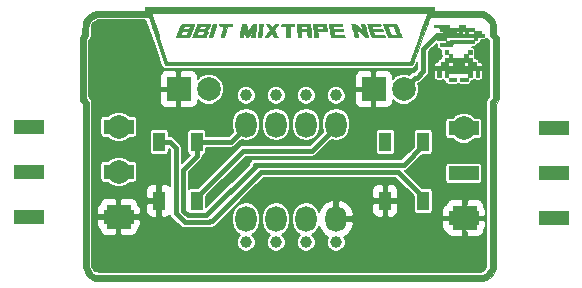
<source format=gbr>
G04 #@! TF.FileFunction,Copper,L1,Top,Signal*
%FSLAX46Y46*%
G04 Gerber Fmt 4.6, Leading zero omitted, Abs format (unit mm)*
G04 Created by KiCad (PCBNEW 4.0.7-e0-6372~58~ubuntu16.04.1) date Tue Jul 31 17:24:41 2018*
%MOMM*%
%LPD*%
G01*
G04 APERTURE LIST*
%ADD10C,0.100000*%
%ADD11C,0.010000*%
%ADD12C,1.000000*%
%ADD13R,2.000000X2.000000*%
%ADD14C,2.000000*%
%ADD15R,1.000000X1.600000*%
%ADD16R,2.499360X1.198880*%
%ADD17R,0.400000X0.400000*%
%ADD18O,1.800000X2.200000*%
%ADD19C,0.400000*%
%ADD20C,0.200000*%
G04 APERTURE END LIST*
D10*
D11*
G36*
X101626458Y-52984907D02*
X101949250Y-52990750D01*
X101949250Y-53137153D01*
X101946426Y-53211534D01*
X101938938Y-53264505D01*
X101928263Y-53285700D01*
X101928083Y-53285724D01*
X101900120Y-53286079D01*
X101838279Y-53285539D01*
X101751003Y-53284214D01*
X101646736Y-53282217D01*
X101618550Y-53281616D01*
X101330184Y-53275340D01*
X101317158Y-53196545D01*
X101308002Y-53121771D01*
X101303910Y-53050195D01*
X101303899Y-53048407D01*
X101303667Y-52979064D01*
X101626458Y-52984907D01*
X101626458Y-52984907D01*
G37*
X101626458Y-52984907D02*
X101949250Y-52990750D01*
X101949250Y-53137153D01*
X101946426Y-53211534D01*
X101938938Y-53264505D01*
X101928263Y-53285700D01*
X101928083Y-53285724D01*
X101900120Y-53286079D01*
X101838279Y-53285539D01*
X101751003Y-53284214D01*
X101646736Y-53282217D01*
X101618550Y-53281616D01*
X101330184Y-53275340D01*
X101317158Y-53196545D01*
X101308002Y-53121771D01*
X101303910Y-53050195D01*
X101303899Y-53048407D01*
X101303667Y-52979064D01*
X101626458Y-52984907D01*
G36*
X100965000Y-53276500D02*
X100330000Y-53276500D01*
X100330000Y-52980167D01*
X100965000Y-52980167D01*
X100965000Y-53276500D01*
X100965000Y-53276500D01*
G37*
X100965000Y-53276500D02*
X100330000Y-53276500D01*
X100330000Y-52980167D01*
X100965000Y-52980167D01*
X100965000Y-53276500D01*
G36*
X100633914Y-51069875D02*
X100643226Y-51148984D01*
X100647266Y-51228221D01*
X100647267Y-51228625D01*
X100647500Y-51308000D01*
X101640479Y-51308000D01*
X101646698Y-51154542D01*
X101652917Y-51001083D01*
X101788572Y-50994694D01*
X101876274Y-50994467D01*
X101926947Y-51004312D01*
X101941707Y-51015861D01*
X101951043Y-51050659D01*
X101957511Y-51112969D01*
X101959509Y-51174411D01*
X101959833Y-51305406D01*
X102049792Y-51317209D01*
X102127845Y-51326358D01*
X102203313Y-51333573D01*
X102213833Y-51334381D01*
X102287917Y-51339750D01*
X102294119Y-51480161D01*
X102298327Y-51555219D01*
X102305826Y-51598353D01*
X102321449Y-51619943D01*
X102350027Y-51630371D01*
X102365557Y-51633620D01*
X102429954Y-51642066D01*
X102506876Y-51646480D01*
X102523396Y-51646667D01*
X102616000Y-51646667D01*
X102616000Y-51771935D01*
X102617525Y-51862615D01*
X102626926Y-51919071D01*
X102651436Y-51949410D01*
X102698292Y-51961737D01*
X102774729Y-51964157D01*
X102787598Y-51964167D01*
X102933500Y-51964167D01*
X102933500Y-52937833D01*
X102637167Y-52937833D01*
X102637167Y-52281667D01*
X102298500Y-52281667D01*
X102298500Y-52937833D01*
X101981000Y-52937833D01*
X101981000Y-52598681D01*
X101139625Y-52604215D01*
X100298250Y-52609750D01*
X100292068Y-52773792D01*
X100285886Y-52937833D01*
X99991333Y-52937833D01*
X99991333Y-52281667D01*
X99652667Y-52281667D01*
X99652667Y-52937833D01*
X99356333Y-52937833D01*
X99356333Y-51964167D01*
X100285886Y-51964167D01*
X100668667Y-51964167D01*
X100668667Y-51625500D01*
X101621167Y-51625500D01*
X101621167Y-51961484D01*
X101689958Y-51970021D01*
X101812607Y-51980858D01*
X101900861Y-51978217D01*
X101933375Y-51971992D01*
X101957263Y-51962402D01*
X101971479Y-51943226D01*
X101978506Y-51905098D01*
X101980828Y-51838655D01*
X101981000Y-51792364D01*
X101981000Y-51625500D01*
X101621167Y-51625500D01*
X100668667Y-51625500D01*
X100668667Y-51623852D01*
X100483458Y-51629967D01*
X100298250Y-51636083D01*
X100285886Y-51964167D01*
X99356333Y-51964167D01*
X99467458Y-51963877D01*
X99562103Y-51962078D01*
X99622240Y-51952942D01*
X99655685Y-51929976D01*
X99670255Y-51886682D01*
X99673767Y-51816564D01*
X99673833Y-51792364D01*
X99673833Y-51646667D01*
X99766437Y-51646667D01*
X99842321Y-51643492D01*
X99912880Y-51635640D01*
X99925187Y-51633437D01*
X99991333Y-51620208D01*
X99991333Y-51334855D01*
X100141902Y-51324082D01*
X100233136Y-51313454D01*
X100292076Y-51297580D01*
X100310911Y-51284196D01*
X100320726Y-51248569D01*
X100327540Y-51185528D01*
X100329676Y-51122792D01*
X100330000Y-50990500D01*
X100620794Y-50990500D01*
X100633914Y-51069875D01*
X100633914Y-51069875D01*
G37*
X100633914Y-51069875D02*
X100643226Y-51148984D01*
X100647266Y-51228221D01*
X100647267Y-51228625D01*
X100647500Y-51308000D01*
X101640479Y-51308000D01*
X101646698Y-51154542D01*
X101652917Y-51001083D01*
X101788572Y-50994694D01*
X101876274Y-50994467D01*
X101926947Y-51004312D01*
X101941707Y-51015861D01*
X101951043Y-51050659D01*
X101957511Y-51112969D01*
X101959509Y-51174411D01*
X101959833Y-51305406D01*
X102049792Y-51317209D01*
X102127845Y-51326358D01*
X102203313Y-51333573D01*
X102213833Y-51334381D01*
X102287917Y-51339750D01*
X102294119Y-51480161D01*
X102298327Y-51555219D01*
X102305826Y-51598353D01*
X102321449Y-51619943D01*
X102350027Y-51630371D01*
X102365557Y-51633620D01*
X102429954Y-51642066D01*
X102506876Y-51646480D01*
X102523396Y-51646667D01*
X102616000Y-51646667D01*
X102616000Y-51771935D01*
X102617525Y-51862615D01*
X102626926Y-51919071D01*
X102651436Y-51949410D01*
X102698292Y-51961737D01*
X102774729Y-51964157D01*
X102787598Y-51964167D01*
X102933500Y-51964167D01*
X102933500Y-52937833D01*
X102637167Y-52937833D01*
X102637167Y-52281667D01*
X102298500Y-52281667D01*
X102298500Y-52937833D01*
X101981000Y-52937833D01*
X101981000Y-52598681D01*
X101139625Y-52604215D01*
X100298250Y-52609750D01*
X100292068Y-52773792D01*
X100285886Y-52937833D01*
X99991333Y-52937833D01*
X99991333Y-52281667D01*
X99652667Y-52281667D01*
X99652667Y-52937833D01*
X99356333Y-52937833D01*
X99356333Y-51964167D01*
X100285886Y-51964167D01*
X100668667Y-51964167D01*
X100668667Y-51625500D01*
X101621167Y-51625500D01*
X101621167Y-51961484D01*
X101689958Y-51970021D01*
X101812607Y-51980858D01*
X101900861Y-51978217D01*
X101933375Y-51971992D01*
X101957263Y-51962402D01*
X101971479Y-51943226D01*
X101978506Y-51905098D01*
X101980828Y-51838655D01*
X101981000Y-51792364D01*
X101981000Y-51625500D01*
X101621167Y-51625500D01*
X100668667Y-51625500D01*
X100668667Y-51623852D01*
X100483458Y-51629967D01*
X100298250Y-51636083D01*
X100285886Y-51964167D01*
X99356333Y-51964167D01*
X99467458Y-51963877D01*
X99562103Y-51962078D01*
X99622240Y-51952942D01*
X99655685Y-51929976D01*
X99670255Y-51886682D01*
X99673767Y-51816564D01*
X99673833Y-51792364D01*
X99673833Y-51646667D01*
X99766437Y-51646667D01*
X99842321Y-51643492D01*
X99912880Y-51635640D01*
X99925187Y-51633437D01*
X99991333Y-51620208D01*
X99991333Y-51334855D01*
X100141902Y-51324082D01*
X100233136Y-51313454D01*
X100292076Y-51297580D01*
X100310911Y-51284196D01*
X100320726Y-51248569D01*
X100327540Y-51185528D01*
X100329676Y-51122792D01*
X100330000Y-50990500D01*
X100620794Y-50990500D01*
X100633914Y-51069875D01*
G36*
X100287667Y-50948167D02*
X99991333Y-50948167D01*
X99991333Y-50651833D01*
X100287667Y-50651833D01*
X100287667Y-50948167D01*
X100287667Y-50948167D01*
G37*
X100287667Y-50948167D02*
X99991333Y-50948167D01*
X99991333Y-50651833D01*
X100287667Y-50651833D01*
X100287667Y-50948167D01*
G36*
X102134458Y-50656198D02*
X102287917Y-50662417D01*
X102294175Y-50805292D01*
X102300434Y-50948167D01*
X101981000Y-50948167D01*
X101981000Y-50649979D01*
X102134458Y-50656198D01*
X102134458Y-50656198D01*
G37*
X102134458Y-50656198D02*
X102287917Y-50662417D01*
X102294175Y-50805292D01*
X102300434Y-50948167D01*
X101981000Y-50948167D01*
X101981000Y-50649979D01*
X102134458Y-50656198D01*
G36*
X102489000Y-50059167D02*
X100673958Y-50059167D01*
X100660729Y-50125312D01*
X100650861Y-50195081D01*
X100647500Y-50252312D01*
X100647500Y-50313167D01*
X99631500Y-50313167D01*
X99631500Y-50080333D01*
X100139500Y-50080333D01*
X100139824Y-49979792D01*
X100143104Y-49915217D01*
X100151032Y-49867541D01*
X100155699Y-49855946D01*
X100176474Y-49850054D01*
X100231432Y-49844562D01*
X100321744Y-49839435D01*
X100448583Y-49834633D01*
X100613122Y-49830120D01*
X100816533Y-49825856D01*
X101059988Y-49821806D01*
X101330125Y-49818112D01*
X102489000Y-49803580D01*
X102489000Y-50059167D01*
X102489000Y-50059167D01*
G37*
X102489000Y-50059167D02*
X100673958Y-50059167D01*
X100660729Y-50125312D01*
X100650861Y-50195081D01*
X100647500Y-50252312D01*
X100647500Y-50313167D01*
X99631500Y-50313167D01*
X99631500Y-50080333D01*
X100139500Y-50080333D01*
X100139824Y-49979792D01*
X100143104Y-49915217D01*
X100151032Y-49867541D01*
X100155699Y-49855946D01*
X100176474Y-49850054D01*
X100231432Y-49844562D01*
X100321744Y-49839435D01*
X100448583Y-49834633D01*
X100613122Y-49830120D01*
X100816533Y-49825856D01*
X101059988Y-49821806D01*
X101330125Y-49818112D01*
X102489000Y-49803580D01*
X102489000Y-50059167D01*
G36*
X99864333Y-49572333D02*
X100139500Y-49572333D01*
X100139500Y-49805167D01*
X99356333Y-49805167D01*
X99356333Y-49297167D01*
X99864333Y-49297167D01*
X99864333Y-49572333D01*
X99864333Y-49572333D01*
G37*
X99864333Y-49572333D02*
X100139500Y-49572333D01*
X100139500Y-49805167D01*
X99356333Y-49805167D01*
X99356333Y-49297167D01*
X99864333Y-49297167D01*
X99864333Y-49572333D01*
G36*
X100393500Y-48746833D02*
X101197833Y-48746833D01*
X101197833Y-48514000D01*
X101705833Y-48514000D01*
X101705833Y-48746833D01*
X102489000Y-48746833D01*
X102489000Y-48999490D01*
X102240292Y-49005453D01*
X101991583Y-49011417D01*
X101985324Y-49154292D01*
X101979066Y-49297167D01*
X102508146Y-49297167D01*
X102520750Y-49032583D01*
X102780042Y-49026640D01*
X103039333Y-49020697D01*
X103039333Y-49297167D01*
X103293333Y-49297167D01*
X103293333Y-49530000D01*
X102764167Y-49530000D01*
X102764167Y-49805167D01*
X102506975Y-49805167D01*
X102513862Y-49672875D01*
X102520750Y-49540583D01*
X100139500Y-49529647D01*
X100139500Y-49276000D01*
X100025348Y-49276000D01*
X99956131Y-49273013D01*
X99914504Y-49258383D01*
X99893515Y-49223603D01*
X99886209Y-49160166D01*
X99885500Y-49104935D01*
X99885500Y-49000833D01*
X100922667Y-49000833D01*
X100922667Y-49297167D01*
X101197833Y-49297167D01*
X101197833Y-49167612D01*
X101432073Y-49167612D01*
X101445110Y-49237251D01*
X101485517Y-49278746D01*
X101555616Y-49295886D01*
X101585637Y-49296842D01*
X101647973Y-49292646D01*
X101694165Y-49282598D01*
X101701697Y-49279004D01*
X101718825Y-49247337D01*
X101724170Y-49179558D01*
X101722864Y-49136453D01*
X101716417Y-49011417D01*
X101586958Y-49005188D01*
X101457499Y-48998960D01*
X101444083Y-49066043D01*
X101432073Y-49167612D01*
X101197833Y-49167612D01*
X101197833Y-49000833D01*
X100922667Y-49000833D01*
X99885500Y-49000833D01*
X99635656Y-49000833D01*
X99621204Y-48876312D01*
X99612012Y-48806820D01*
X99600098Y-48768376D01*
X99578073Y-48749954D01*
X99538548Y-48740527D01*
X99529168Y-48738962D01*
X99471517Y-48732955D01*
X99387274Y-48728390D01*
X99292175Y-48726049D01*
X99266375Y-48725899D01*
X99081167Y-48725667D01*
X99081167Y-48514000D01*
X100393500Y-48514000D01*
X100393500Y-48746833D01*
X100393500Y-48746833D01*
G37*
X100393500Y-48746833D02*
X101197833Y-48746833D01*
X101197833Y-48514000D01*
X101705833Y-48514000D01*
X101705833Y-48746833D01*
X102489000Y-48746833D01*
X102489000Y-48999490D01*
X102240292Y-49005453D01*
X101991583Y-49011417D01*
X101985324Y-49154292D01*
X101979066Y-49297167D01*
X102508146Y-49297167D01*
X102520750Y-49032583D01*
X102780042Y-49026640D01*
X103039333Y-49020697D01*
X103039333Y-49297167D01*
X103293333Y-49297167D01*
X103293333Y-49530000D01*
X102764167Y-49530000D01*
X102764167Y-49805167D01*
X102506975Y-49805167D01*
X102513862Y-49672875D01*
X102520750Y-49540583D01*
X100139500Y-49529647D01*
X100139500Y-49276000D01*
X100025348Y-49276000D01*
X99956131Y-49273013D01*
X99914504Y-49258383D01*
X99893515Y-49223603D01*
X99886209Y-49160166D01*
X99885500Y-49104935D01*
X99885500Y-49000833D01*
X100922667Y-49000833D01*
X100922667Y-49297167D01*
X101197833Y-49297167D01*
X101197833Y-49167612D01*
X101432073Y-49167612D01*
X101445110Y-49237251D01*
X101485517Y-49278746D01*
X101555616Y-49295886D01*
X101585637Y-49296842D01*
X101647973Y-49292646D01*
X101694165Y-49282598D01*
X101701697Y-49279004D01*
X101718825Y-49247337D01*
X101724170Y-49179558D01*
X101722864Y-49136453D01*
X101716417Y-49011417D01*
X101586958Y-49005188D01*
X101457499Y-48998960D01*
X101444083Y-49066043D01*
X101432073Y-49167612D01*
X101197833Y-49167612D01*
X101197833Y-49000833D01*
X100922667Y-49000833D01*
X99885500Y-49000833D01*
X99635656Y-49000833D01*
X99621204Y-48876312D01*
X99612012Y-48806820D01*
X99600098Y-48768376D01*
X99578073Y-48749954D01*
X99538548Y-48740527D01*
X99529168Y-48738962D01*
X99471517Y-48732955D01*
X99387274Y-48728390D01*
X99292175Y-48726049D01*
X99266375Y-48725899D01*
X99081167Y-48725667D01*
X99081167Y-48514000D01*
X100393500Y-48514000D01*
X100393500Y-48746833D01*
G36*
X99060000Y-47348464D02*
X101160791Y-47354566D01*
X103261583Y-47360667D01*
X103383827Y-47407211D01*
X103617595Y-47516418D01*
X103820034Y-47654004D01*
X103990929Y-47819745D01*
X104130063Y-48013416D01*
X104237223Y-48234795D01*
X104271488Y-48332322D01*
X104287466Y-48392099D01*
X104299806Y-48462490D01*
X104309234Y-48550861D01*
X104316477Y-48664582D01*
X104322261Y-48811020D01*
X104323843Y-48863250D01*
X104335396Y-49265416D01*
X104449364Y-49418205D01*
X104563333Y-49570995D01*
X104563333Y-54822053D01*
X104331123Y-55182007D01*
X104325332Y-62129712D01*
X104319540Y-69077416D01*
X104269998Y-69233976D01*
X104175574Y-69465579D01*
X104047711Y-69672186D01*
X103888486Y-69851588D01*
X103699977Y-70001576D01*
X103484263Y-70119942D01*
X103406270Y-70152141D01*
X103282750Y-70199250D01*
X86878583Y-70203190D01*
X85866955Y-70203426D01*
X84896811Y-70203636D01*
X83967301Y-70203820D01*
X83077576Y-70203975D01*
X82226787Y-70204101D01*
X81414083Y-70204196D01*
X80638615Y-70204259D01*
X79899534Y-70204288D01*
X79195990Y-70204283D01*
X78527133Y-70204240D01*
X77892115Y-70204160D01*
X77290085Y-70204041D01*
X76720194Y-70203881D01*
X76181593Y-70203679D01*
X75673431Y-70203434D01*
X75194861Y-70203145D01*
X74745031Y-70202809D01*
X74323092Y-70202425D01*
X73928195Y-70201993D01*
X73559491Y-70201511D01*
X73216130Y-70200977D01*
X72897261Y-70200390D01*
X72602037Y-70199749D01*
X72329607Y-70199052D01*
X72079121Y-70198298D01*
X71849731Y-70197486D01*
X71640587Y-70196613D01*
X71450838Y-70195680D01*
X71279637Y-70194684D01*
X71126132Y-70193623D01*
X70989475Y-70192498D01*
X70868816Y-70191305D01*
X70763305Y-70190045D01*
X70672094Y-70188715D01*
X70594332Y-70187314D01*
X70529170Y-70185841D01*
X70475758Y-70184294D01*
X70433247Y-70182672D01*
X70400788Y-70180974D01*
X70377531Y-70179198D01*
X70362625Y-70177343D01*
X70358000Y-70176375D01*
X70139379Y-70097614D01*
X69943054Y-69983747D01*
X69771039Y-69836827D01*
X69625350Y-69658909D01*
X69508002Y-69452045D01*
X69422359Y-69222938D01*
X69373750Y-69056250D01*
X69362540Y-55196136D01*
X69225270Y-55016829D01*
X69087999Y-54837522D01*
X69087999Y-49744109D01*
X69585416Y-49744109D01*
X69593011Y-52214096D01*
X69600605Y-54684083D01*
X69735886Y-54866433D01*
X69871166Y-55048783D01*
X69871166Y-61980835D01*
X69871232Y-62711902D01*
X69871429Y-63404048D01*
X69871757Y-64057074D01*
X69872215Y-64670782D01*
X69872803Y-65244974D01*
X69873519Y-65779452D01*
X69874364Y-66274017D01*
X69875337Y-66728472D01*
X69876437Y-67142618D01*
X69877663Y-67516256D01*
X69879015Y-67849190D01*
X69880493Y-68141220D01*
X69882096Y-68392148D01*
X69883822Y-68601776D01*
X69885672Y-68769906D01*
X69887645Y-68896339D01*
X69889741Y-68980878D01*
X69891958Y-69023324D01*
X69892445Y-69026902D01*
X69942833Y-69197487D01*
X70024719Y-69352843D01*
X70132896Y-69487294D01*
X70262157Y-69595164D01*
X70407296Y-69670777D01*
X70510298Y-69700461D01*
X70535962Y-69701373D01*
X70602930Y-69702266D01*
X70710172Y-69703139D01*
X70856659Y-69703991D01*
X71041361Y-69704821D01*
X71263249Y-69705627D01*
X71521293Y-69706410D01*
X71814463Y-69707168D01*
X72141730Y-69707901D01*
X72502065Y-69708606D01*
X72894438Y-69709284D01*
X73317819Y-69709933D01*
X73771179Y-69710553D01*
X74253488Y-69711142D01*
X74763717Y-69711700D01*
X75300837Y-69712225D01*
X75863817Y-69712717D01*
X76451628Y-69713175D01*
X77063241Y-69713598D01*
X77697625Y-69713984D01*
X78353753Y-69714334D01*
X79030593Y-69714645D01*
X79727117Y-69714917D01*
X80442295Y-69715150D01*
X81175097Y-69715342D01*
X81924494Y-69715491D01*
X82689456Y-69715599D01*
X83468954Y-69715662D01*
X84261958Y-69715681D01*
X85067439Y-69715654D01*
X85884367Y-69715581D01*
X86711713Y-69715460D01*
X86878583Y-69715430D01*
X103155750Y-69712416D01*
X103269574Y-69665799D01*
X103444039Y-69573224D01*
X103588571Y-69451116D01*
X103702008Y-69300627D01*
X103763374Y-69176345D01*
X103811916Y-69056250D01*
X103822500Y-62039500D01*
X103833083Y-55022750D01*
X103941103Y-54864000D01*
X104049124Y-54705250D01*
X104060426Y-52223921D01*
X104071729Y-49742592D01*
X103947666Y-49578088D01*
X103823603Y-49413583D01*
X103822822Y-48990250D01*
X103821465Y-48822123D01*
X103817864Y-48690758D01*
X103811678Y-48590627D01*
X103802570Y-48516203D01*
X103790478Y-48462871D01*
X103717927Y-48291975D01*
X103613051Y-48142584D01*
X103481075Y-48019206D01*
X103327225Y-47926352D01*
X103156725Y-47868533D01*
X103088193Y-47856627D01*
X103046849Y-47853999D01*
X102966282Y-47851468D01*
X102849601Y-47849060D01*
X102699914Y-47846803D01*
X102520333Y-47844723D01*
X102313966Y-47842846D01*
X102083923Y-47841200D01*
X101833314Y-47839811D01*
X101565247Y-47838705D01*
X101282833Y-47837910D01*
X100989182Y-47837452D01*
X100842211Y-47837359D01*
X98740339Y-47836666D01*
X98711313Y-47906135D01*
X98701507Y-47932216D01*
X98678508Y-47994797D01*
X98643516Y-48090567D01*
X98597731Y-48216216D01*
X98542353Y-48368433D01*
X98478581Y-48543906D01*
X98407615Y-48739324D01*
X98330654Y-48951376D01*
X98248900Y-49176752D01*
X98163550Y-49412140D01*
X98075805Y-49654228D01*
X97986865Y-49899707D01*
X97897929Y-50145264D01*
X97810197Y-50387589D01*
X97724868Y-50623371D01*
X97643143Y-50849299D01*
X97566221Y-51062061D01*
X97495302Y-51258347D01*
X97431586Y-51434845D01*
X97376271Y-51588244D01*
X97330558Y-51715234D01*
X97295647Y-51812502D01*
X97277393Y-51863625D01*
X97256692Y-51921833D01*
X76295250Y-51921709D01*
X75788475Y-50360729D01*
X75703436Y-50098765D01*
X75618648Y-49837528D01*
X75535556Y-49581472D01*
X75455606Y-49335053D01*
X75380242Y-49102726D01*
X75310909Y-48888947D01*
X75249053Y-48698170D01*
X75196119Y-48534852D01*
X75153552Y-48403446D01*
X75125965Y-48318208D01*
X74970229Y-47836666D01*
X72838739Y-47837092D01*
X72538983Y-47837338D01*
X72249188Y-47837937D01*
X71972414Y-47838863D01*
X71711721Y-47840091D01*
X71470168Y-47841593D01*
X71250816Y-47843343D01*
X71056724Y-47845316D01*
X70890952Y-47847485D01*
X70756560Y-47849824D01*
X70656608Y-47852306D01*
X70594156Y-47854906D01*
X70576326Y-47856457D01*
X70390532Y-47903543D01*
X70225000Y-47986370D01*
X70083191Y-48101824D01*
X69968563Y-48246792D01*
X69884577Y-48418159D01*
X69857606Y-48503416D01*
X69844556Y-48580736D01*
X69835464Y-48700147D01*
X69830333Y-48861589D01*
X69829084Y-49012505D01*
X69828833Y-49415760D01*
X69707125Y-49579935D01*
X69585416Y-49744109D01*
X69087999Y-49744109D01*
X69087999Y-49570995D01*
X69201846Y-49418205D01*
X69315693Y-49265416D01*
X69327680Y-48873833D01*
X69332812Y-48727221D01*
X69338713Y-48614146D01*
X69346408Y-48525814D01*
X69356924Y-48453430D01*
X69371288Y-48388198D01*
X69390527Y-48321325D01*
X69393167Y-48312916D01*
X69486043Y-48085829D01*
X69612651Y-47883846D01*
X69771660Y-47708349D01*
X69961739Y-47560716D01*
X70009412Y-47535041D01*
X75168071Y-47535041D01*
X75175915Y-47559950D01*
X75195974Y-47622368D01*
X75227359Y-47719553D01*
X75269179Y-47848761D01*
X75320543Y-48007248D01*
X75380563Y-48192271D01*
X75448347Y-48401087D01*
X75523005Y-48630950D01*
X75603648Y-48879119D01*
X75689384Y-49142850D01*
X75779324Y-49419399D01*
X75841136Y-49609396D01*
X76504025Y-51646709D01*
X97059657Y-51636083D01*
X97794684Y-49604083D01*
X97896555Y-49322436D01*
X97994484Y-49051645D01*
X98087495Y-48794411D01*
X98174612Y-48553436D01*
X98254858Y-48331422D01*
X98327257Y-48131071D01*
X98390833Y-47955083D01*
X98444610Y-47806162D01*
X98487611Y-47687009D01*
X98518861Y-47600326D01*
X98537383Y-47548814D01*
X98542282Y-47535041D01*
X98541880Y-47532375D01*
X98538128Y-47529840D01*
X98529994Y-47527432D01*
X98516443Y-47525148D01*
X98496441Y-47522986D01*
X98468953Y-47520941D01*
X98432946Y-47519010D01*
X98387386Y-47517190D01*
X98331238Y-47515479D01*
X98263468Y-47513871D01*
X98183043Y-47512365D01*
X98088927Y-47510957D01*
X97980088Y-47509644D01*
X97855490Y-47508422D01*
X97714100Y-47507289D01*
X97554884Y-47506240D01*
X97376808Y-47505272D01*
X97178837Y-47504383D01*
X96959937Y-47503569D01*
X96719074Y-47502827D01*
X96455215Y-47502154D01*
X96167324Y-47501545D01*
X95854369Y-47500999D01*
X95515314Y-47500511D01*
X95149126Y-47500078D01*
X94754770Y-47499698D01*
X94331213Y-47499366D01*
X93877421Y-47499080D01*
X93392358Y-47498836D01*
X92874992Y-47498631D01*
X92324288Y-47498462D01*
X91739211Y-47498325D01*
X91118729Y-47498217D01*
X90461806Y-47498135D01*
X89767408Y-47498076D01*
X89034503Y-47498036D01*
X88262054Y-47498013D01*
X87449029Y-47498001D01*
X86856374Y-47498000D01*
X86014377Y-47498004D01*
X85213680Y-47498018D01*
X84453247Y-47498047D01*
X83732044Y-47498092D01*
X83049038Y-47498158D01*
X82403193Y-47498247D01*
X81793476Y-47498363D01*
X81218852Y-47498510D01*
X80678286Y-47498689D01*
X80170745Y-47498906D01*
X79695194Y-47499162D01*
X79250599Y-47499462D01*
X78835925Y-47499808D01*
X78450139Y-47500204D01*
X78092205Y-47500653D01*
X77761090Y-47501159D01*
X77455759Y-47501724D01*
X77175178Y-47502352D01*
X76918312Y-47503046D01*
X76684128Y-47503810D01*
X76471590Y-47504646D01*
X76279665Y-47505559D01*
X76107318Y-47506550D01*
X75953515Y-47507625D01*
X75817222Y-47508785D01*
X75697404Y-47510034D01*
X75593027Y-47511376D01*
X75503056Y-47512814D01*
X75426458Y-47514350D01*
X75362198Y-47515989D01*
X75309242Y-47517733D01*
X75266554Y-47519587D01*
X75233102Y-47521552D01*
X75207851Y-47523632D01*
X75189766Y-47525832D01*
X75177813Y-47528153D01*
X75170957Y-47530599D01*
X75168166Y-47533174D01*
X75168071Y-47535041D01*
X70009412Y-47535041D01*
X70181558Y-47442330D01*
X70264873Y-47408212D01*
X70389750Y-47360858D01*
X74633666Y-47348294D01*
X74633666Y-46990000D01*
X99060000Y-46990000D01*
X99060000Y-47348464D01*
X99060000Y-47348464D01*
G37*
X99060000Y-47348464D02*
X101160791Y-47354566D01*
X103261583Y-47360667D01*
X103383827Y-47407211D01*
X103617595Y-47516418D01*
X103820034Y-47654004D01*
X103990929Y-47819745D01*
X104130063Y-48013416D01*
X104237223Y-48234795D01*
X104271488Y-48332322D01*
X104287466Y-48392099D01*
X104299806Y-48462490D01*
X104309234Y-48550861D01*
X104316477Y-48664582D01*
X104322261Y-48811020D01*
X104323843Y-48863250D01*
X104335396Y-49265416D01*
X104449364Y-49418205D01*
X104563333Y-49570995D01*
X104563333Y-54822053D01*
X104331123Y-55182007D01*
X104325332Y-62129712D01*
X104319540Y-69077416D01*
X104269998Y-69233976D01*
X104175574Y-69465579D01*
X104047711Y-69672186D01*
X103888486Y-69851588D01*
X103699977Y-70001576D01*
X103484263Y-70119942D01*
X103406270Y-70152141D01*
X103282750Y-70199250D01*
X86878583Y-70203190D01*
X85866955Y-70203426D01*
X84896811Y-70203636D01*
X83967301Y-70203820D01*
X83077576Y-70203975D01*
X82226787Y-70204101D01*
X81414083Y-70204196D01*
X80638615Y-70204259D01*
X79899534Y-70204288D01*
X79195990Y-70204283D01*
X78527133Y-70204240D01*
X77892115Y-70204160D01*
X77290085Y-70204041D01*
X76720194Y-70203881D01*
X76181593Y-70203679D01*
X75673431Y-70203434D01*
X75194861Y-70203145D01*
X74745031Y-70202809D01*
X74323092Y-70202425D01*
X73928195Y-70201993D01*
X73559491Y-70201511D01*
X73216130Y-70200977D01*
X72897261Y-70200390D01*
X72602037Y-70199749D01*
X72329607Y-70199052D01*
X72079121Y-70198298D01*
X71849731Y-70197486D01*
X71640587Y-70196613D01*
X71450838Y-70195680D01*
X71279637Y-70194684D01*
X71126132Y-70193623D01*
X70989475Y-70192498D01*
X70868816Y-70191305D01*
X70763305Y-70190045D01*
X70672094Y-70188715D01*
X70594332Y-70187314D01*
X70529170Y-70185841D01*
X70475758Y-70184294D01*
X70433247Y-70182672D01*
X70400788Y-70180974D01*
X70377531Y-70179198D01*
X70362625Y-70177343D01*
X70358000Y-70176375D01*
X70139379Y-70097614D01*
X69943054Y-69983747D01*
X69771039Y-69836827D01*
X69625350Y-69658909D01*
X69508002Y-69452045D01*
X69422359Y-69222938D01*
X69373750Y-69056250D01*
X69362540Y-55196136D01*
X69225270Y-55016829D01*
X69087999Y-54837522D01*
X69087999Y-49744109D01*
X69585416Y-49744109D01*
X69593011Y-52214096D01*
X69600605Y-54684083D01*
X69735886Y-54866433D01*
X69871166Y-55048783D01*
X69871166Y-61980835D01*
X69871232Y-62711902D01*
X69871429Y-63404048D01*
X69871757Y-64057074D01*
X69872215Y-64670782D01*
X69872803Y-65244974D01*
X69873519Y-65779452D01*
X69874364Y-66274017D01*
X69875337Y-66728472D01*
X69876437Y-67142618D01*
X69877663Y-67516256D01*
X69879015Y-67849190D01*
X69880493Y-68141220D01*
X69882096Y-68392148D01*
X69883822Y-68601776D01*
X69885672Y-68769906D01*
X69887645Y-68896339D01*
X69889741Y-68980878D01*
X69891958Y-69023324D01*
X69892445Y-69026902D01*
X69942833Y-69197487D01*
X70024719Y-69352843D01*
X70132896Y-69487294D01*
X70262157Y-69595164D01*
X70407296Y-69670777D01*
X70510298Y-69700461D01*
X70535962Y-69701373D01*
X70602930Y-69702266D01*
X70710172Y-69703139D01*
X70856659Y-69703991D01*
X71041361Y-69704821D01*
X71263249Y-69705627D01*
X71521293Y-69706410D01*
X71814463Y-69707168D01*
X72141730Y-69707901D01*
X72502065Y-69708606D01*
X72894438Y-69709284D01*
X73317819Y-69709933D01*
X73771179Y-69710553D01*
X74253488Y-69711142D01*
X74763717Y-69711700D01*
X75300837Y-69712225D01*
X75863817Y-69712717D01*
X76451628Y-69713175D01*
X77063241Y-69713598D01*
X77697625Y-69713984D01*
X78353753Y-69714334D01*
X79030593Y-69714645D01*
X79727117Y-69714917D01*
X80442295Y-69715150D01*
X81175097Y-69715342D01*
X81924494Y-69715491D01*
X82689456Y-69715599D01*
X83468954Y-69715662D01*
X84261958Y-69715681D01*
X85067439Y-69715654D01*
X85884367Y-69715581D01*
X86711713Y-69715460D01*
X86878583Y-69715430D01*
X103155750Y-69712416D01*
X103269574Y-69665799D01*
X103444039Y-69573224D01*
X103588571Y-69451116D01*
X103702008Y-69300627D01*
X103763374Y-69176345D01*
X103811916Y-69056250D01*
X103822500Y-62039500D01*
X103833083Y-55022750D01*
X103941103Y-54864000D01*
X104049124Y-54705250D01*
X104060426Y-52223921D01*
X104071729Y-49742592D01*
X103947666Y-49578088D01*
X103823603Y-49413583D01*
X103822822Y-48990250D01*
X103821465Y-48822123D01*
X103817864Y-48690758D01*
X103811678Y-48590627D01*
X103802570Y-48516203D01*
X103790478Y-48462871D01*
X103717927Y-48291975D01*
X103613051Y-48142584D01*
X103481075Y-48019206D01*
X103327225Y-47926352D01*
X103156725Y-47868533D01*
X103088193Y-47856627D01*
X103046849Y-47853999D01*
X102966282Y-47851468D01*
X102849601Y-47849060D01*
X102699914Y-47846803D01*
X102520333Y-47844723D01*
X102313966Y-47842846D01*
X102083923Y-47841200D01*
X101833314Y-47839811D01*
X101565247Y-47838705D01*
X101282833Y-47837910D01*
X100989182Y-47837452D01*
X100842211Y-47837359D01*
X98740339Y-47836666D01*
X98711313Y-47906135D01*
X98701507Y-47932216D01*
X98678508Y-47994797D01*
X98643516Y-48090567D01*
X98597731Y-48216216D01*
X98542353Y-48368433D01*
X98478581Y-48543906D01*
X98407615Y-48739324D01*
X98330654Y-48951376D01*
X98248900Y-49176752D01*
X98163550Y-49412140D01*
X98075805Y-49654228D01*
X97986865Y-49899707D01*
X97897929Y-50145264D01*
X97810197Y-50387589D01*
X97724868Y-50623371D01*
X97643143Y-50849299D01*
X97566221Y-51062061D01*
X97495302Y-51258347D01*
X97431586Y-51434845D01*
X97376271Y-51588244D01*
X97330558Y-51715234D01*
X97295647Y-51812502D01*
X97277393Y-51863625D01*
X97256692Y-51921833D01*
X76295250Y-51921709D01*
X75788475Y-50360729D01*
X75703436Y-50098765D01*
X75618648Y-49837528D01*
X75535556Y-49581472D01*
X75455606Y-49335053D01*
X75380242Y-49102726D01*
X75310909Y-48888947D01*
X75249053Y-48698170D01*
X75196119Y-48534852D01*
X75153552Y-48403446D01*
X75125965Y-48318208D01*
X74970229Y-47836666D01*
X72838739Y-47837092D01*
X72538983Y-47837338D01*
X72249188Y-47837937D01*
X71972414Y-47838863D01*
X71711721Y-47840091D01*
X71470168Y-47841593D01*
X71250816Y-47843343D01*
X71056724Y-47845316D01*
X70890952Y-47847485D01*
X70756560Y-47849824D01*
X70656608Y-47852306D01*
X70594156Y-47854906D01*
X70576326Y-47856457D01*
X70390532Y-47903543D01*
X70225000Y-47986370D01*
X70083191Y-48101824D01*
X69968563Y-48246792D01*
X69884577Y-48418159D01*
X69857606Y-48503416D01*
X69844556Y-48580736D01*
X69835464Y-48700147D01*
X69830333Y-48861589D01*
X69829084Y-49012505D01*
X69828833Y-49415760D01*
X69707125Y-49579935D01*
X69585416Y-49744109D01*
X69087999Y-49744109D01*
X69087999Y-49570995D01*
X69201846Y-49418205D01*
X69315693Y-49265416D01*
X69327680Y-48873833D01*
X69332812Y-48727221D01*
X69338713Y-48614146D01*
X69346408Y-48525814D01*
X69356924Y-48453430D01*
X69371288Y-48388198D01*
X69390527Y-48321325D01*
X69393167Y-48312916D01*
X69486043Y-48085829D01*
X69612651Y-47883846D01*
X69771660Y-47708349D01*
X69961739Y-47560716D01*
X70009412Y-47535041D01*
X75168071Y-47535041D01*
X75175915Y-47559950D01*
X75195974Y-47622368D01*
X75227359Y-47719553D01*
X75269179Y-47848761D01*
X75320543Y-48007248D01*
X75380563Y-48192271D01*
X75448347Y-48401087D01*
X75523005Y-48630950D01*
X75603648Y-48879119D01*
X75689384Y-49142850D01*
X75779324Y-49419399D01*
X75841136Y-49609396D01*
X76504025Y-51646709D01*
X97059657Y-51636083D01*
X97794684Y-49604083D01*
X97896555Y-49322436D01*
X97994484Y-49051645D01*
X98087495Y-48794411D01*
X98174612Y-48553436D01*
X98254858Y-48331422D01*
X98327257Y-48131071D01*
X98390833Y-47955083D01*
X98444610Y-47806162D01*
X98487611Y-47687009D01*
X98518861Y-47600326D01*
X98537383Y-47548814D01*
X98542282Y-47535041D01*
X98541880Y-47532375D01*
X98538128Y-47529840D01*
X98529994Y-47527432D01*
X98516443Y-47525148D01*
X98496441Y-47522986D01*
X98468953Y-47520941D01*
X98432946Y-47519010D01*
X98387386Y-47517190D01*
X98331238Y-47515479D01*
X98263468Y-47513871D01*
X98183043Y-47512365D01*
X98088927Y-47510957D01*
X97980088Y-47509644D01*
X97855490Y-47508422D01*
X97714100Y-47507289D01*
X97554884Y-47506240D01*
X97376808Y-47505272D01*
X97178837Y-47504383D01*
X96959937Y-47503569D01*
X96719074Y-47502827D01*
X96455215Y-47502154D01*
X96167324Y-47501545D01*
X95854369Y-47500999D01*
X95515314Y-47500511D01*
X95149126Y-47500078D01*
X94754770Y-47499698D01*
X94331213Y-47499366D01*
X93877421Y-47499080D01*
X93392358Y-47498836D01*
X92874992Y-47498631D01*
X92324288Y-47498462D01*
X91739211Y-47498325D01*
X91118729Y-47498217D01*
X90461806Y-47498135D01*
X89767408Y-47498076D01*
X89034503Y-47498036D01*
X88262054Y-47498013D01*
X87449029Y-47498001D01*
X86856374Y-47498000D01*
X86014377Y-47498004D01*
X85213680Y-47498018D01*
X84453247Y-47498047D01*
X83732044Y-47498092D01*
X83049038Y-47498158D01*
X82403193Y-47498247D01*
X81793476Y-47498363D01*
X81218852Y-47498510D01*
X80678286Y-47498689D01*
X80170745Y-47498906D01*
X79695194Y-47499162D01*
X79250599Y-47499462D01*
X78835925Y-47499808D01*
X78450139Y-47500204D01*
X78092205Y-47500653D01*
X77761090Y-47501159D01*
X77455759Y-47501724D01*
X77175178Y-47502352D01*
X76918312Y-47503046D01*
X76684128Y-47503810D01*
X76471590Y-47504646D01*
X76279665Y-47505559D01*
X76107318Y-47506550D01*
X75953515Y-47507625D01*
X75817222Y-47508785D01*
X75697404Y-47510034D01*
X75593027Y-47511376D01*
X75503056Y-47512814D01*
X75426458Y-47514350D01*
X75362198Y-47515989D01*
X75309242Y-47517733D01*
X75266554Y-47519587D01*
X75233102Y-47521552D01*
X75207851Y-47523632D01*
X75189766Y-47525832D01*
X75177813Y-47528153D01*
X75170957Y-47530599D01*
X75168166Y-47533174D01*
X75168071Y-47535041D01*
X70009412Y-47535041D01*
X70181558Y-47442330D01*
X70264873Y-47408212D01*
X70389750Y-47360858D01*
X74633666Y-47348294D01*
X74633666Y-46990000D01*
X99060000Y-46990000D01*
X99060000Y-47348464D01*
G36*
X78443152Y-48408729D02*
X78580975Y-48410516D01*
X78682774Y-48413671D01*
X78751695Y-48418340D01*
X78790887Y-48424667D01*
X78803497Y-48432799D01*
X78803500Y-48432941D01*
X78795669Y-48465073D01*
X78773881Y-48528604D01*
X78740691Y-48617364D01*
X78698656Y-48725179D01*
X78650331Y-48845879D01*
X78598273Y-48973290D01*
X78545038Y-49101241D01*
X78493180Y-49223559D01*
X78445258Y-49334073D01*
X78403825Y-49426609D01*
X78371439Y-49494997D01*
X78350655Y-49533064D01*
X78345568Y-49538747D01*
X78316237Y-49542137D01*
X78250654Y-49545174D01*
X78154899Y-49547726D01*
X78035052Y-49549661D01*
X77897194Y-49550846D01*
X77775185Y-49551166D01*
X77606584Y-49550819D01*
X77475906Y-49549619D01*
X77378746Y-49547324D01*
X77310700Y-49543695D01*
X77267361Y-49538490D01*
X77244325Y-49531470D01*
X77237185Y-49522393D01*
X77237166Y-49521799D01*
X77245622Y-49495526D01*
X77269496Y-49435986D01*
X77306548Y-49348388D01*
X77321875Y-49313112D01*
X77638782Y-49313112D01*
X77653250Y-49343660D01*
X77698985Y-49357110D01*
X77780776Y-49360394D01*
X77813958Y-49360433D01*
X77907354Y-49358735D01*
X77994549Y-49354459D01*
X78058881Y-49348469D01*
X78066274Y-49347354D01*
X78110378Y-49336668D01*
X78141142Y-49315773D01*
X78168124Y-49274644D01*
X78198565Y-49208608D01*
X78226577Y-49142710D01*
X78246273Y-49093871D01*
X78253166Y-49073521D01*
X78233343Y-49070023D01*
X78179246Y-49067138D01*
X78098933Y-49065149D01*
X78000461Y-49064338D01*
X77991405Y-49064333D01*
X77729644Y-49064333D01*
X77684488Y-49172989D01*
X77650791Y-49258533D01*
X77638782Y-49313112D01*
X77321875Y-49313112D01*
X77354538Y-49237940D01*
X77411225Y-49109850D01*
X77474369Y-48969326D01*
X77482989Y-48950299D01*
X77525428Y-48856703D01*
X77843119Y-48856703D01*
X77843586Y-48857795D01*
X77868074Y-48865064D01*
X77924003Y-48870141D01*
X78000537Y-48872946D01*
X78086836Y-48873404D01*
X78172061Y-48871434D01*
X78245375Y-48866959D01*
X78290769Y-48861021D01*
X78330249Y-48847394D01*
X78359260Y-48818511D01*
X78386689Y-48763760D01*
X78399703Y-48730948D01*
X78422624Y-48667681D01*
X78436476Y-48622732D01*
X78438518Y-48607629D01*
X78416262Y-48603945D01*
X78360524Y-48598577D01*
X78280086Y-48592288D01*
X78197640Y-48586712D01*
X78090272Y-48580964D01*
X78017898Y-48580091D01*
X77973416Y-48584495D01*
X77949724Y-48594577D01*
X77943952Y-48601075D01*
X77918068Y-48648526D01*
X77890008Y-48710695D01*
X77864806Y-48774701D01*
X77847497Y-48827664D01*
X77843119Y-48856703D01*
X77525428Y-48856703D01*
X77728812Y-48408166D01*
X78266156Y-48408166D01*
X78443152Y-48408729D01*
X78443152Y-48408729D01*
G37*
X78443152Y-48408729D02*
X78580975Y-48410516D01*
X78682774Y-48413671D01*
X78751695Y-48418340D01*
X78790887Y-48424667D01*
X78803497Y-48432799D01*
X78803500Y-48432941D01*
X78795669Y-48465073D01*
X78773881Y-48528604D01*
X78740691Y-48617364D01*
X78698656Y-48725179D01*
X78650331Y-48845879D01*
X78598273Y-48973290D01*
X78545038Y-49101241D01*
X78493180Y-49223559D01*
X78445258Y-49334073D01*
X78403825Y-49426609D01*
X78371439Y-49494997D01*
X78350655Y-49533064D01*
X78345568Y-49538747D01*
X78316237Y-49542137D01*
X78250654Y-49545174D01*
X78154899Y-49547726D01*
X78035052Y-49549661D01*
X77897194Y-49550846D01*
X77775185Y-49551166D01*
X77606584Y-49550819D01*
X77475906Y-49549619D01*
X77378746Y-49547324D01*
X77310700Y-49543695D01*
X77267361Y-49538490D01*
X77244325Y-49531470D01*
X77237185Y-49522393D01*
X77237166Y-49521799D01*
X77245622Y-49495526D01*
X77269496Y-49435986D01*
X77306548Y-49348388D01*
X77321875Y-49313112D01*
X77638782Y-49313112D01*
X77653250Y-49343660D01*
X77698985Y-49357110D01*
X77780776Y-49360394D01*
X77813958Y-49360433D01*
X77907354Y-49358735D01*
X77994549Y-49354459D01*
X78058881Y-49348469D01*
X78066274Y-49347354D01*
X78110378Y-49336668D01*
X78141142Y-49315773D01*
X78168124Y-49274644D01*
X78198565Y-49208608D01*
X78226577Y-49142710D01*
X78246273Y-49093871D01*
X78253166Y-49073521D01*
X78233343Y-49070023D01*
X78179246Y-49067138D01*
X78098933Y-49065149D01*
X78000461Y-49064338D01*
X77991405Y-49064333D01*
X77729644Y-49064333D01*
X77684488Y-49172989D01*
X77650791Y-49258533D01*
X77638782Y-49313112D01*
X77321875Y-49313112D01*
X77354538Y-49237940D01*
X77411225Y-49109850D01*
X77474369Y-48969326D01*
X77482989Y-48950299D01*
X77525428Y-48856703D01*
X77843119Y-48856703D01*
X77843586Y-48857795D01*
X77868074Y-48865064D01*
X77924003Y-48870141D01*
X78000537Y-48872946D01*
X78086836Y-48873404D01*
X78172061Y-48871434D01*
X78245375Y-48866959D01*
X78290769Y-48861021D01*
X78330249Y-48847394D01*
X78359260Y-48818511D01*
X78386689Y-48763760D01*
X78399703Y-48730948D01*
X78422624Y-48667681D01*
X78436476Y-48622732D01*
X78438518Y-48607629D01*
X78416262Y-48603945D01*
X78360524Y-48598577D01*
X78280086Y-48592288D01*
X78197640Y-48586712D01*
X78090272Y-48580964D01*
X78017898Y-48580091D01*
X77973416Y-48584495D01*
X77949724Y-48594577D01*
X77943952Y-48601075D01*
X77918068Y-48648526D01*
X77890008Y-48710695D01*
X77864806Y-48774701D01*
X77847497Y-48827664D01*
X77843119Y-48856703D01*
X77525428Y-48856703D01*
X77728812Y-48408166D01*
X78266156Y-48408166D01*
X78443152Y-48408729D01*
G36*
X79777111Y-48408421D02*
X79906079Y-48409137D01*
X80014262Y-48410243D01*
X80095969Y-48411667D01*
X80145511Y-48413337D01*
X80158166Y-48414779D01*
X80151868Y-48436370D01*
X80134953Y-48488905D01*
X80110396Y-48563238D01*
X80094550Y-48610571D01*
X80060258Y-48706385D01*
X80029407Y-48773524D01*
X79994773Y-48824281D01*
X79949134Y-48870951D01*
X79933273Y-48885070D01*
X79835613Y-48970391D01*
X79879055Y-49051444D01*
X79922496Y-49132497D01*
X79858752Y-49315373D01*
X79826754Y-49399640D01*
X79795247Y-49469888D01*
X79769274Y-49515332D01*
X79760875Y-49524708D01*
X79731536Y-49532034D01*
X79668211Y-49538304D01*
X79577590Y-49543477D01*
X79466364Y-49547516D01*
X79341222Y-49550381D01*
X79208855Y-49552033D01*
X79075951Y-49552434D01*
X78949202Y-49551543D01*
X78835297Y-49549323D01*
X78740926Y-49545735D01*
X78672779Y-49540738D01*
X78637545Y-49534295D01*
X78634166Y-49531273D01*
X78641869Y-49500838D01*
X78663282Y-49438249D01*
X78695859Y-49349844D01*
X78705571Y-49324411D01*
X79032357Y-49324411D01*
X79049041Y-49341410D01*
X79064622Y-49345968D01*
X79142076Y-49353806D01*
X79247630Y-49354438D01*
X79367691Y-49347996D01*
X79425887Y-49342494D01*
X79490002Y-49333549D01*
X79533313Y-49317977D01*
X79562855Y-49287617D01*
X79585663Y-49234310D01*
X79608774Y-49149895D01*
X79615529Y-49122541D01*
X79629806Y-49064333D01*
X79118839Y-49064333D01*
X79085414Y-49143708D01*
X79049826Y-49232538D01*
X79032380Y-49290446D01*
X79032357Y-49324411D01*
X78705571Y-49324411D01*
X78737056Y-49241961D01*
X78784326Y-49120939D01*
X78835126Y-48993117D01*
X78886911Y-48864832D01*
X78894857Y-48845463D01*
X79214618Y-48845463D01*
X79231889Y-48859216D01*
X79274902Y-48867993D01*
X79349421Y-48872504D01*
X79443127Y-48873509D01*
X79537011Y-48871774D01*
X79616281Y-48867354D01*
X79670571Y-48860992D01*
X79687858Y-48855983D01*
X79709160Y-48828826D01*
X79735317Y-48777926D01*
X79761076Y-48716537D01*
X79781183Y-48657915D01*
X79790386Y-48615313D01*
X79788241Y-48602685D01*
X79763532Y-48597182D01*
X79705472Y-48591263D01*
X79623025Y-48585676D01*
X79535814Y-48581569D01*
X79295296Y-48572362D01*
X79249514Y-48694728D01*
X79226917Y-48763916D01*
X79214643Y-48819552D01*
X79214618Y-48845463D01*
X78894857Y-48845463D01*
X78937134Y-48742424D01*
X78983251Y-48632231D01*
X79022718Y-48540590D01*
X79052988Y-48473841D01*
X79071517Y-48438323D01*
X79074503Y-48434625D01*
X79098301Y-48425694D01*
X79146826Y-48418801D01*
X79223695Y-48413774D01*
X79332524Y-48410442D01*
X79476929Y-48408634D01*
X79633045Y-48408166D01*
X79777111Y-48408421D01*
X79777111Y-48408421D01*
G37*
X79777111Y-48408421D02*
X79906079Y-48409137D01*
X80014262Y-48410243D01*
X80095969Y-48411667D01*
X80145511Y-48413337D01*
X80158166Y-48414779D01*
X80151868Y-48436370D01*
X80134953Y-48488905D01*
X80110396Y-48563238D01*
X80094550Y-48610571D01*
X80060258Y-48706385D01*
X80029407Y-48773524D01*
X79994773Y-48824281D01*
X79949134Y-48870951D01*
X79933273Y-48885070D01*
X79835613Y-48970391D01*
X79879055Y-49051444D01*
X79922496Y-49132497D01*
X79858752Y-49315373D01*
X79826754Y-49399640D01*
X79795247Y-49469888D01*
X79769274Y-49515332D01*
X79760875Y-49524708D01*
X79731536Y-49532034D01*
X79668211Y-49538304D01*
X79577590Y-49543477D01*
X79466364Y-49547516D01*
X79341222Y-49550381D01*
X79208855Y-49552033D01*
X79075951Y-49552434D01*
X78949202Y-49551543D01*
X78835297Y-49549323D01*
X78740926Y-49545735D01*
X78672779Y-49540738D01*
X78637545Y-49534295D01*
X78634166Y-49531273D01*
X78641869Y-49500838D01*
X78663282Y-49438249D01*
X78695859Y-49349844D01*
X78705571Y-49324411D01*
X79032357Y-49324411D01*
X79049041Y-49341410D01*
X79064622Y-49345968D01*
X79142076Y-49353806D01*
X79247630Y-49354438D01*
X79367691Y-49347996D01*
X79425887Y-49342494D01*
X79490002Y-49333549D01*
X79533313Y-49317977D01*
X79562855Y-49287617D01*
X79585663Y-49234310D01*
X79608774Y-49149895D01*
X79615529Y-49122541D01*
X79629806Y-49064333D01*
X79118839Y-49064333D01*
X79085414Y-49143708D01*
X79049826Y-49232538D01*
X79032380Y-49290446D01*
X79032357Y-49324411D01*
X78705571Y-49324411D01*
X78737056Y-49241961D01*
X78784326Y-49120939D01*
X78835126Y-48993117D01*
X78886911Y-48864832D01*
X78894857Y-48845463D01*
X79214618Y-48845463D01*
X79231889Y-48859216D01*
X79274902Y-48867993D01*
X79349421Y-48872504D01*
X79443127Y-48873509D01*
X79537011Y-48871774D01*
X79616281Y-48867354D01*
X79670571Y-48860992D01*
X79687858Y-48855983D01*
X79709160Y-48828826D01*
X79735317Y-48777926D01*
X79761076Y-48716537D01*
X79781183Y-48657915D01*
X79790386Y-48615313D01*
X79788241Y-48602685D01*
X79763532Y-48597182D01*
X79705472Y-48591263D01*
X79623025Y-48585676D01*
X79535814Y-48581569D01*
X79295296Y-48572362D01*
X79249514Y-48694728D01*
X79226917Y-48763916D01*
X79214643Y-48819552D01*
X79214618Y-48845463D01*
X78894857Y-48845463D01*
X78937134Y-48742424D01*
X78983251Y-48632231D01*
X79022718Y-48540590D01*
X79052988Y-48473841D01*
X79071517Y-48438323D01*
X79074503Y-48434625D01*
X79098301Y-48425694D01*
X79146826Y-48418801D01*
X79223695Y-48413774D01*
X79332524Y-48410442D01*
X79476929Y-48408634D01*
X79633045Y-48408166D01*
X79777111Y-48408421D01*
G36*
X80647660Y-48416149D02*
X80666934Y-48422893D01*
X80664395Y-48445796D01*
X80651025Y-48502629D01*
X80628725Y-48586947D01*
X80599396Y-48692306D01*
X80564940Y-48812263D01*
X80527258Y-48940373D01*
X80488251Y-49070192D01*
X80449821Y-49195277D01*
X80413869Y-49309184D01*
X80382296Y-49405468D01*
X80357003Y-49477686D01*
X80351211Y-49492958D01*
X80336169Y-49524340D01*
X80314469Y-49541787D01*
X80274875Y-49549366D01*
X80206146Y-49551147D01*
X80190440Y-49551166D01*
X80116249Y-49550112D01*
X80075018Y-49544768D01*
X80057385Y-49531865D01*
X80053989Y-49508131D01*
X80054125Y-49503541D01*
X80061129Y-49471054D01*
X80079907Y-49404421D01*
X80108628Y-49309582D01*
X80145459Y-49192480D01*
X80188568Y-49059055D01*
X80228750Y-48937333D01*
X80401583Y-48418750D01*
X80526376Y-48412309D01*
X80595922Y-48411534D01*
X80647660Y-48416149D01*
X80647660Y-48416149D01*
G37*
X80647660Y-48416149D02*
X80666934Y-48422893D01*
X80664395Y-48445796D01*
X80651025Y-48502629D01*
X80628725Y-48586947D01*
X80599396Y-48692306D01*
X80564940Y-48812263D01*
X80527258Y-48940373D01*
X80488251Y-49070192D01*
X80449821Y-49195277D01*
X80413869Y-49309184D01*
X80382296Y-49405468D01*
X80357003Y-49477686D01*
X80351211Y-49492958D01*
X80336169Y-49524340D01*
X80314469Y-49541787D01*
X80274875Y-49549366D01*
X80206146Y-49551147D01*
X80190440Y-49551166D01*
X80116249Y-49550112D01*
X80075018Y-49544768D01*
X80057385Y-49531865D01*
X80053989Y-49508131D01*
X80054125Y-49503541D01*
X80061129Y-49471054D01*
X80079907Y-49404421D01*
X80108628Y-49309582D01*
X80145459Y-49192480D01*
X80188568Y-49059055D01*
X80228750Y-48937333D01*
X80401583Y-48418750D01*
X80526376Y-48412309D01*
X80595922Y-48411534D01*
X80647660Y-48416149D01*
G36*
X81607530Y-48408876D02*
X81739597Y-48410875D01*
X81851541Y-48413964D01*
X81937570Y-48417945D01*
X81991887Y-48422620D01*
X82008747Y-48426901D01*
X82010401Y-48458120D01*
X81998549Y-48508060D01*
X81997611Y-48510798D01*
X81974895Y-48575959D01*
X81589929Y-48588083D01*
X81468903Y-49046937D01*
X81433257Y-49180775D01*
X81400507Y-49301272D01*
X81372388Y-49402245D01*
X81350633Y-49477508D01*
X81336977Y-49520880D01*
X81333856Y-49528478D01*
X81306893Y-49540196D01*
X81250362Y-49548390D01*
X81183500Y-49551166D01*
X81108886Y-49549592D01*
X81067418Y-49543165D01*
X81049974Y-49529331D01*
X81047166Y-49512994D01*
X81052679Y-49481103D01*
X81067996Y-49415725D01*
X81091288Y-49324077D01*
X81120722Y-49213373D01*
X81152457Y-49098026D01*
X81187063Y-48972920D01*
X81218418Y-48857207D01*
X81244390Y-48758941D01*
X81262847Y-48686175D01*
X81271229Y-48649365D01*
X81284711Y-48577500D01*
X81091855Y-48577500D01*
X80996037Y-48576520D01*
X80936051Y-48570644D01*
X80905398Y-48555466D01*
X80897581Y-48526580D01*
X80906101Y-48479581D01*
X80912341Y-48455791D01*
X80925104Y-48408166D01*
X81461136Y-48408166D01*
X81607530Y-48408876D01*
X81607530Y-48408876D01*
G37*
X81607530Y-48408876D02*
X81739597Y-48410875D01*
X81851541Y-48413964D01*
X81937570Y-48417945D01*
X81991887Y-48422620D01*
X82008747Y-48426901D01*
X82010401Y-48458120D01*
X81998549Y-48508060D01*
X81997611Y-48510798D01*
X81974895Y-48575959D01*
X81589929Y-48588083D01*
X81468903Y-49046937D01*
X81433257Y-49180775D01*
X81400507Y-49301272D01*
X81372388Y-49402245D01*
X81350633Y-49477508D01*
X81336977Y-49520880D01*
X81333856Y-49528478D01*
X81306893Y-49540196D01*
X81250362Y-49548390D01*
X81183500Y-49551166D01*
X81108886Y-49549592D01*
X81067418Y-49543165D01*
X81049974Y-49529331D01*
X81047166Y-49512994D01*
X81052679Y-49481103D01*
X81067996Y-49415725D01*
X81091288Y-49324077D01*
X81120722Y-49213373D01*
X81152457Y-49098026D01*
X81187063Y-48972920D01*
X81218418Y-48857207D01*
X81244390Y-48758941D01*
X81262847Y-48686175D01*
X81271229Y-48649365D01*
X81284711Y-48577500D01*
X81091855Y-48577500D01*
X80996037Y-48576520D01*
X80936051Y-48570644D01*
X80905398Y-48555466D01*
X80897581Y-48526580D01*
X80906101Y-48479581D01*
X80912341Y-48455791D01*
X80925104Y-48408166D01*
X81461136Y-48408166D01*
X81607530Y-48408876D01*
G36*
X84042585Y-48582791D02*
X84034414Y-48662309D01*
X84021373Y-48772739D01*
X84004843Y-48903121D01*
X83986204Y-49042498D01*
X83971290Y-49149000D01*
X83915250Y-49540583D01*
X83618916Y-49540583D01*
X83624621Y-49477083D01*
X83630123Y-49422681D01*
X83638747Y-49344468D01*
X83647296Y-49270708D01*
X83653480Y-49199464D01*
X83653581Y-49148268D01*
X83647597Y-49127858D01*
X83647282Y-49127833D01*
X83629835Y-49144574D01*
X83594855Y-49190165D01*
X83547407Y-49257656D01*
X83492553Y-49340100D01*
X83492158Y-49340709D01*
X83354016Y-49553585D01*
X83174416Y-49540583D01*
X83103715Y-49321301D01*
X83073841Y-49234770D01*
X83046880Y-49167760D01*
X83026062Y-49127636D01*
X83015563Y-49120217D01*
X83004164Y-49147764D01*
X82987832Y-49206876D01*
X82969192Y-49287465D01*
X82958472Y-49339500D01*
X82918831Y-49540583D01*
X82776458Y-49546848D01*
X82691357Y-49547645D01*
X82642374Y-49540276D01*
X82624444Y-49525682D01*
X82625995Y-49498276D01*
X82635342Y-49435272D01*
X82651442Y-49342471D01*
X82673248Y-49225673D01*
X82699715Y-49090679D01*
X82726642Y-48958500D01*
X82838480Y-48418750D01*
X83131618Y-48418750D01*
X83229366Y-48692907D01*
X83266494Y-48793281D01*
X83300472Y-48878263D01*
X83328103Y-48940342D01*
X83346190Y-48972005D01*
X83349153Y-48974412D01*
X83368231Y-48960562D01*
X83407108Y-48917570D01*
X83461265Y-48850944D01*
X83526180Y-48766191D01*
X83578542Y-48694962D01*
X83785892Y-48408166D01*
X84057840Y-48408166D01*
X84042585Y-48582791D01*
X84042585Y-48582791D01*
G37*
X84042585Y-48582791D02*
X84034414Y-48662309D01*
X84021373Y-48772739D01*
X84004843Y-48903121D01*
X83986204Y-49042498D01*
X83971290Y-49149000D01*
X83915250Y-49540583D01*
X83618916Y-49540583D01*
X83624621Y-49477083D01*
X83630123Y-49422681D01*
X83638747Y-49344468D01*
X83647296Y-49270708D01*
X83653480Y-49199464D01*
X83653581Y-49148268D01*
X83647597Y-49127858D01*
X83647282Y-49127833D01*
X83629835Y-49144574D01*
X83594855Y-49190165D01*
X83547407Y-49257656D01*
X83492553Y-49340100D01*
X83492158Y-49340709D01*
X83354016Y-49553585D01*
X83174416Y-49540583D01*
X83103715Y-49321301D01*
X83073841Y-49234770D01*
X83046880Y-49167760D01*
X83026062Y-49127636D01*
X83015563Y-49120217D01*
X83004164Y-49147764D01*
X82987832Y-49206876D01*
X82969192Y-49287465D01*
X82958472Y-49339500D01*
X82918831Y-49540583D01*
X82776458Y-49546848D01*
X82691357Y-49547645D01*
X82642374Y-49540276D01*
X82624444Y-49525682D01*
X82625995Y-49498276D01*
X82635342Y-49435272D01*
X82651442Y-49342471D01*
X82673248Y-49225673D01*
X82699715Y-49090679D01*
X82726642Y-48958500D01*
X82838480Y-48418750D01*
X83131618Y-48418750D01*
X83229366Y-48692907D01*
X83266494Y-48793281D01*
X83300472Y-48878263D01*
X83328103Y-48940342D01*
X83346190Y-48972005D01*
X83349153Y-48974412D01*
X83368231Y-48960562D01*
X83407108Y-48917570D01*
X83461265Y-48850944D01*
X83526180Y-48766191D01*
X83578542Y-48694962D01*
X83785892Y-48408166D01*
X84057840Y-48408166D01*
X84042585Y-48582791D01*
G36*
X84528013Y-48410242D02*
X84580901Y-48415705D01*
X84602964Y-48423407D01*
X84603078Y-48424041D01*
X84600470Y-48458707D01*
X84593392Y-48526603D01*
X84582698Y-48620905D01*
X84569241Y-48734785D01*
X84553874Y-48861420D01*
X84537453Y-48993982D01*
X84520831Y-49125646D01*
X84504861Y-49249587D01*
X84490398Y-49358979D01*
X84478295Y-49446995D01*
X84469406Y-49506812D01*
X84464585Y-49531601D01*
X84464516Y-49531725D01*
X84438657Y-49541752D01*
X84382992Y-49548772D01*
X84316167Y-49551166D01*
X84242680Y-49550379D01*
X84201897Y-49545250D01*
X84184190Y-49531627D01*
X84179929Y-49505358D01*
X84179833Y-49492380D01*
X84182481Y-49455062D01*
X84189907Y-49382533D01*
X84201332Y-49281547D01*
X84215980Y-49158862D01*
X84233071Y-49021232D01*
X84243333Y-48940831D01*
X84261296Y-48800621D01*
X84277288Y-48674227D01*
X84290552Y-48567764D01*
X84300330Y-48487352D01*
X84305864Y-48439106D01*
X84306833Y-48428118D01*
X84326206Y-48418284D01*
X84377190Y-48411159D01*
X84449081Y-48408182D01*
X84455000Y-48408166D01*
X84528013Y-48410242D01*
X84528013Y-48410242D01*
G37*
X84528013Y-48410242D02*
X84580901Y-48415705D01*
X84602964Y-48423407D01*
X84603078Y-48424041D01*
X84600470Y-48458707D01*
X84593392Y-48526603D01*
X84582698Y-48620905D01*
X84569241Y-48734785D01*
X84553874Y-48861420D01*
X84537453Y-48993982D01*
X84520831Y-49125646D01*
X84504861Y-49249587D01*
X84490398Y-49358979D01*
X84478295Y-49446995D01*
X84469406Y-49506812D01*
X84464585Y-49531601D01*
X84464516Y-49531725D01*
X84438657Y-49541752D01*
X84382992Y-49548772D01*
X84316167Y-49551166D01*
X84242680Y-49550379D01*
X84201897Y-49545250D01*
X84184190Y-49531627D01*
X84179929Y-49505358D01*
X84179833Y-49492380D01*
X84182481Y-49455062D01*
X84189907Y-49382533D01*
X84201332Y-49281547D01*
X84215980Y-49158862D01*
X84233071Y-49021232D01*
X84243333Y-48940831D01*
X84261296Y-48800621D01*
X84277288Y-48674227D01*
X84290552Y-48567764D01*
X84300330Y-48487352D01*
X84305864Y-48439106D01*
X84306833Y-48428118D01*
X84326206Y-48418284D01*
X84377190Y-48411159D01*
X84449081Y-48408182D01*
X84455000Y-48408166D01*
X84528013Y-48410242D01*
G36*
X85261055Y-48580122D02*
X85373947Y-48752078D01*
X85444052Y-48670080D01*
X85501737Y-48600624D01*
X85562997Y-48523988D01*
X85582537Y-48498779D01*
X85621913Y-48449932D01*
X85654901Y-48423163D01*
X85696505Y-48411747D01*
X85761732Y-48408957D01*
X85783208Y-48408821D01*
X85851751Y-48410366D01*
X85899561Y-48415043D01*
X85915500Y-48421100D01*
X85903148Y-48441959D01*
X85869675Y-48488554D01*
X85820450Y-48553603D01*
X85771085Y-48616892D01*
X85704833Y-48701195D01*
X85641782Y-48782148D01*
X85590602Y-48848584D01*
X85567323Y-48879344D01*
X85507974Y-48958938D01*
X85679987Y-49231960D01*
X85739789Y-49328388D01*
X85790554Y-49413121D01*
X85828331Y-49479333D01*
X85849168Y-49520201D01*
X85852000Y-49529041D01*
X85832361Y-49542864D01*
X85772815Y-49548110D01*
X85709125Y-49546842D01*
X85566250Y-49540583D01*
X85455326Y-49371317D01*
X85405748Y-49297698D01*
X85363672Y-49238962D01*
X85335045Y-49203226D01*
X85327070Y-49196273D01*
X85306770Y-49208928D01*
X85267701Y-49247667D01*
X85217051Y-49305137D01*
X85197514Y-49328813D01*
X85120702Y-49420605D01*
X85060377Y-49483286D01*
X85008484Y-49522241D01*
X84956970Y-49542855D01*
X84897779Y-49550512D01*
X84864895Y-49551166D01*
X84802023Y-49548894D01*
X84760783Y-49543045D01*
X84751333Y-49537669D01*
X84763914Y-49516620D01*
X84798759Y-49468298D01*
X84851520Y-49398354D01*
X84917851Y-49312441D01*
X84993404Y-49216209D01*
X85073831Y-49115308D01*
X85124744Y-49052261D01*
X85194700Y-48966105D01*
X85036919Y-48713594D01*
X84979860Y-48620524D01*
X84931932Y-48539005D01*
X84897252Y-48476297D01*
X84879936Y-48439664D01*
X84878735Y-48434625D01*
X84895133Y-48418585D01*
X84947257Y-48410052D01*
X85013248Y-48408166D01*
X85148162Y-48408166D01*
X85261055Y-48580122D01*
X85261055Y-48580122D01*
G37*
X85261055Y-48580122D02*
X85373947Y-48752078D01*
X85444052Y-48670080D01*
X85501737Y-48600624D01*
X85562997Y-48523988D01*
X85582537Y-48498779D01*
X85621913Y-48449932D01*
X85654901Y-48423163D01*
X85696505Y-48411747D01*
X85761732Y-48408957D01*
X85783208Y-48408821D01*
X85851751Y-48410366D01*
X85899561Y-48415043D01*
X85915500Y-48421100D01*
X85903148Y-48441959D01*
X85869675Y-48488554D01*
X85820450Y-48553603D01*
X85771085Y-48616892D01*
X85704833Y-48701195D01*
X85641782Y-48782148D01*
X85590602Y-48848584D01*
X85567323Y-48879344D01*
X85507974Y-48958938D01*
X85679987Y-49231960D01*
X85739789Y-49328388D01*
X85790554Y-49413121D01*
X85828331Y-49479333D01*
X85849168Y-49520201D01*
X85852000Y-49529041D01*
X85832361Y-49542864D01*
X85772815Y-49548110D01*
X85709125Y-49546842D01*
X85566250Y-49540583D01*
X85455326Y-49371317D01*
X85405748Y-49297698D01*
X85363672Y-49238962D01*
X85335045Y-49203226D01*
X85327070Y-49196273D01*
X85306770Y-49208928D01*
X85267701Y-49247667D01*
X85217051Y-49305137D01*
X85197514Y-49328813D01*
X85120702Y-49420605D01*
X85060377Y-49483286D01*
X85008484Y-49522241D01*
X84956970Y-49542855D01*
X84897779Y-49550512D01*
X84864895Y-49551166D01*
X84802023Y-49548894D01*
X84760783Y-49543045D01*
X84751333Y-49537669D01*
X84763914Y-49516620D01*
X84798759Y-49468298D01*
X84851520Y-49398354D01*
X84917851Y-49312441D01*
X84993404Y-49216209D01*
X85073831Y-49115308D01*
X85124744Y-49052261D01*
X85194700Y-48966105D01*
X85036919Y-48713594D01*
X84979860Y-48620524D01*
X84931932Y-48539005D01*
X84897252Y-48476297D01*
X84879936Y-48439664D01*
X84878735Y-48434625D01*
X84895133Y-48418585D01*
X84947257Y-48410052D01*
X85013248Y-48408166D01*
X85148162Y-48408166D01*
X85261055Y-48580122D01*
G36*
X87266052Y-48496443D02*
X87272521Y-48574137D01*
X87080844Y-48589132D01*
X86889166Y-48604126D01*
X86889166Y-49011500D01*
X86888490Y-49143176D01*
X86886609Y-49264289D01*
X86883746Y-49366907D01*
X86880121Y-49443095D01*
X86875957Y-49484921D01*
X86875937Y-49485020D01*
X86867076Y-49520752D01*
X86851533Y-49540537D01*
X86818701Y-49549089D01*
X86757977Y-49551122D01*
X86727106Y-49551166D01*
X86648198Y-49548613D01*
X86602399Y-49539569D01*
X86580717Y-49521959D01*
X86578328Y-49516831D01*
X86574952Y-49485801D01*
X86573304Y-49419552D01*
X86573372Y-49325163D01*
X86575142Y-49209713D01*
X86578603Y-49080279D01*
X86579140Y-49063863D01*
X86582815Y-48933246D01*
X86584817Y-48815784D01*
X86585131Y-48718547D01*
X86583741Y-48648603D01*
X86580633Y-48613020D01*
X86580133Y-48611365D01*
X86566554Y-48595072D01*
X86535767Y-48584831D01*
X86479978Y-48579403D01*
X86391393Y-48577550D01*
X86367041Y-48577500D01*
X86166944Y-48577500D01*
X86173513Y-48498125D01*
X86180083Y-48418750D01*
X87259583Y-48418750D01*
X87266052Y-48496443D01*
X87266052Y-48496443D01*
G37*
X87266052Y-48496443D02*
X87272521Y-48574137D01*
X87080844Y-48589132D01*
X86889166Y-48604126D01*
X86889166Y-49011500D01*
X86888490Y-49143176D01*
X86886609Y-49264289D01*
X86883746Y-49366907D01*
X86880121Y-49443095D01*
X86875957Y-49484921D01*
X86875937Y-49485020D01*
X86867076Y-49520752D01*
X86851533Y-49540537D01*
X86818701Y-49549089D01*
X86757977Y-49551122D01*
X86727106Y-49551166D01*
X86648198Y-49548613D01*
X86602399Y-49539569D01*
X86580717Y-49521959D01*
X86578328Y-49516831D01*
X86574952Y-49485801D01*
X86573304Y-49419552D01*
X86573372Y-49325163D01*
X86575142Y-49209713D01*
X86578603Y-49080279D01*
X86579140Y-49063863D01*
X86582815Y-48933246D01*
X86584817Y-48815784D01*
X86585131Y-48718547D01*
X86583741Y-48648603D01*
X86580633Y-48613020D01*
X86580133Y-48611365D01*
X86566554Y-48595072D01*
X86535767Y-48584831D01*
X86479978Y-48579403D01*
X86391393Y-48577550D01*
X86367041Y-48577500D01*
X86166944Y-48577500D01*
X86173513Y-48498125D01*
X86180083Y-48418750D01*
X87259583Y-48418750D01*
X87266052Y-48496443D01*
G36*
X88612840Y-48508708D02*
X88622147Y-48589108D01*
X88632937Y-48696955D01*
X88644471Y-48823114D01*
X88656010Y-48958449D01*
X88666816Y-49093826D01*
X88676149Y-49220111D01*
X88683272Y-49328167D01*
X88687445Y-49408861D01*
X88688227Y-49441008D01*
X88688333Y-49553100D01*
X88545552Y-49546842D01*
X88402771Y-49540583D01*
X88377609Y-49307750D01*
X88367383Y-49213764D01*
X88358893Y-49136948D01*
X88353114Y-49086031D01*
X88351056Y-49069625D01*
X88330693Y-49067580D01*
X88276237Y-49065903D01*
X88195928Y-49064764D01*
X88098008Y-49064333D01*
X87841666Y-49064333D01*
X87841666Y-49551166D01*
X87703419Y-49551166D01*
X87614118Y-49546938D01*
X87564975Y-49534365D01*
X87555640Y-49524708D01*
X87551883Y-49495860D01*
X87547419Y-49432408D01*
X87542492Y-49341305D01*
X87537342Y-49229505D01*
X87532212Y-49103960D01*
X87527344Y-48971625D01*
X87522979Y-48839452D01*
X87519361Y-48714395D01*
X87516729Y-48603407D01*
X87516656Y-48598666D01*
X87820500Y-48598666D01*
X87820500Y-48722138D01*
X87823026Y-48791422D01*
X87829560Y-48842791D01*
X87836304Y-48861415D01*
X87862046Y-48866653D01*
X87919423Y-48869706D01*
X87997844Y-48870759D01*
X88086714Y-48870000D01*
X88175439Y-48867612D01*
X88253428Y-48863784D01*
X88310085Y-48858699D01*
X88334716Y-48852666D01*
X88338237Y-48827493D01*
X88337375Y-48773339D01*
X88333802Y-48720375D01*
X88323257Y-48598666D01*
X87820500Y-48598666D01*
X87516656Y-48598666D01*
X87515328Y-48513442D01*
X87515397Y-48451453D01*
X87517181Y-48424394D01*
X87517342Y-48424041D01*
X87540183Y-48419722D01*
X87599597Y-48415851D01*
X87689824Y-48412593D01*
X87805104Y-48410118D01*
X87939678Y-48408592D01*
X88063179Y-48408166D01*
X88599694Y-48408166D01*
X88612840Y-48508708D01*
X88612840Y-48508708D01*
G37*
X88612840Y-48508708D02*
X88622147Y-48589108D01*
X88632937Y-48696955D01*
X88644471Y-48823114D01*
X88656010Y-48958449D01*
X88666816Y-49093826D01*
X88676149Y-49220111D01*
X88683272Y-49328167D01*
X88687445Y-49408861D01*
X88688227Y-49441008D01*
X88688333Y-49553100D01*
X88545552Y-49546842D01*
X88402771Y-49540583D01*
X88377609Y-49307750D01*
X88367383Y-49213764D01*
X88358893Y-49136948D01*
X88353114Y-49086031D01*
X88351056Y-49069625D01*
X88330693Y-49067580D01*
X88276237Y-49065903D01*
X88195928Y-49064764D01*
X88098008Y-49064333D01*
X87841666Y-49064333D01*
X87841666Y-49551166D01*
X87703419Y-49551166D01*
X87614118Y-49546938D01*
X87564975Y-49534365D01*
X87555640Y-49524708D01*
X87551883Y-49495860D01*
X87547419Y-49432408D01*
X87542492Y-49341305D01*
X87537342Y-49229505D01*
X87532212Y-49103960D01*
X87527344Y-48971625D01*
X87522979Y-48839452D01*
X87519361Y-48714395D01*
X87516729Y-48603407D01*
X87516656Y-48598666D01*
X87820500Y-48598666D01*
X87820500Y-48722138D01*
X87823026Y-48791422D01*
X87829560Y-48842791D01*
X87836304Y-48861415D01*
X87862046Y-48866653D01*
X87919423Y-48869706D01*
X87997844Y-48870759D01*
X88086714Y-48870000D01*
X88175439Y-48867612D01*
X88253428Y-48863784D01*
X88310085Y-48858699D01*
X88334716Y-48852666D01*
X88338237Y-48827493D01*
X88337375Y-48773339D01*
X88333802Y-48720375D01*
X88323257Y-48598666D01*
X87820500Y-48598666D01*
X87516656Y-48598666D01*
X87515328Y-48513442D01*
X87515397Y-48451453D01*
X87517181Y-48424394D01*
X87517342Y-48424041D01*
X87540183Y-48419722D01*
X87599597Y-48415851D01*
X87689824Y-48412593D01*
X87805104Y-48410118D01*
X87939678Y-48408592D01*
X88063179Y-48408166D01*
X88599694Y-48408166D01*
X88612840Y-48508708D01*
G36*
X89947661Y-48476958D02*
X89981161Y-48667808D01*
X90005406Y-48817855D01*
X90020465Y-48927588D01*
X90026404Y-48997498D01*
X90023289Y-49028076D01*
X90022784Y-49028704D01*
X89997340Y-49034790D01*
X89936493Y-49041308D01*
X89847163Y-49047758D01*
X89736272Y-49053640D01*
X89610738Y-49058456D01*
X89610600Y-49058460D01*
X89214893Y-49070929D01*
X89225752Y-49147006D01*
X89232877Y-49206122D01*
X89241394Y-49289986D01*
X89249535Y-49381131D01*
X89250028Y-49387125D01*
X89263445Y-49551166D01*
X88967221Y-49551166D01*
X88954597Y-49471791D01*
X88946848Y-49414576D01*
X88936539Y-49326370D01*
X88924468Y-49215317D01*
X88911433Y-49089558D01*
X88898232Y-48957235D01*
X88885664Y-48826490D01*
X88874525Y-48705465D01*
X88865614Y-48602303D01*
X88864530Y-48588083D01*
X89164583Y-48588083D01*
X89169601Y-48662166D01*
X89176914Y-48737208D01*
X89186435Y-48805041D01*
X89198251Y-48873833D01*
X89709801Y-48873833D01*
X89694848Y-48741670D01*
X89685895Y-48671728D01*
X89677431Y-48620874D01*
X89671919Y-48601530D01*
X89648876Y-48598197D01*
X89592107Y-48595058D01*
X89510217Y-48592470D01*
X89414262Y-48590818D01*
X89164583Y-48588083D01*
X88864530Y-48588083D01*
X88859729Y-48525144D01*
X88857666Y-48482733D01*
X88857666Y-48408166D01*
X89935248Y-48408166D01*
X89947661Y-48476958D01*
X89947661Y-48476958D01*
G37*
X89947661Y-48476958D02*
X89981161Y-48667808D01*
X90005406Y-48817855D01*
X90020465Y-48927588D01*
X90026404Y-48997498D01*
X90023289Y-49028076D01*
X90022784Y-49028704D01*
X89997340Y-49034790D01*
X89936493Y-49041308D01*
X89847163Y-49047758D01*
X89736272Y-49053640D01*
X89610738Y-49058456D01*
X89610600Y-49058460D01*
X89214893Y-49070929D01*
X89225752Y-49147006D01*
X89232877Y-49206122D01*
X89241394Y-49289986D01*
X89249535Y-49381131D01*
X89250028Y-49387125D01*
X89263445Y-49551166D01*
X88967221Y-49551166D01*
X88954597Y-49471791D01*
X88946848Y-49414576D01*
X88936539Y-49326370D01*
X88924468Y-49215317D01*
X88911433Y-49089558D01*
X88898232Y-48957235D01*
X88885664Y-48826490D01*
X88874525Y-48705465D01*
X88865614Y-48602303D01*
X88864530Y-48588083D01*
X89164583Y-48588083D01*
X89169601Y-48662166D01*
X89176914Y-48737208D01*
X89186435Y-48805041D01*
X89198251Y-48873833D01*
X89709801Y-48873833D01*
X89694848Y-48741670D01*
X89685895Y-48671728D01*
X89677431Y-48620874D01*
X89671919Y-48601530D01*
X89648876Y-48598197D01*
X89592107Y-48595058D01*
X89510217Y-48592470D01*
X89414262Y-48590818D01*
X89164583Y-48588083D01*
X88864530Y-48588083D01*
X88859729Y-48525144D01*
X88857666Y-48482733D01*
X88857666Y-48408166D01*
X89935248Y-48408166D01*
X89947661Y-48476958D01*
G36*
X90894223Y-48408290D02*
X91021573Y-48408914D01*
X91116493Y-48410421D01*
X91183933Y-48413190D01*
X91228844Y-48417603D01*
X91256178Y-48424041D01*
X91270885Y-48432883D01*
X91277916Y-48444512D01*
X91279823Y-48450500D01*
X91296406Y-48508951D01*
X91303843Y-48535166D01*
X91306603Y-48550649D01*
X91300913Y-48561815D01*
X91281029Y-48569376D01*
X91241209Y-48574044D01*
X91175712Y-48576529D01*
X91078795Y-48577544D01*
X90959884Y-48577789D01*
X90810258Y-48578134D01*
X90697895Y-48579771D01*
X90617726Y-48584012D01*
X90564680Y-48592170D01*
X90533688Y-48605557D01*
X90519679Y-48625486D01*
X90517583Y-48653270D01*
X90522331Y-48690223D01*
X90522460Y-48691057D01*
X90531601Y-48753300D01*
X90540943Y-48799592D01*
X90556254Y-48832283D01*
X90583303Y-48853719D01*
X90627858Y-48866248D01*
X90695688Y-48872219D01*
X90792562Y-48873979D01*
X90924248Y-48873876D01*
X90971544Y-48873833D01*
X91115795Y-48874002D01*
X91223159Y-48875489D01*
X91299081Y-48879766D01*
X91349008Y-48888304D01*
X91378385Y-48902575D01*
X91392657Y-48924050D01*
X91397271Y-48954200D01*
X91397666Y-48988965D01*
X91393464Y-49016002D01*
X91374440Y-49032506D01*
X91330968Y-49043046D01*
X91267561Y-49050734D01*
X91194337Y-49056076D01*
X91092538Y-49060432D01*
X90975919Y-49063338D01*
X90863968Y-49064333D01*
X90751994Y-49064772D01*
X90675953Y-49066691D01*
X90629446Y-49070993D01*
X90606076Y-49078578D01*
X90599446Y-49090350D01*
X90601284Y-49101375D01*
X90610768Y-49144462D01*
X90621835Y-49208993D01*
X90625821Y-49235893D01*
X90639554Y-49333370D01*
X90843985Y-49346909D01*
X90963388Y-49353193D01*
X91100473Y-49357956D01*
X91230591Y-49360397D01*
X91264125Y-49360557D01*
X91355113Y-49362064D01*
X91429020Y-49366044D01*
X91476469Y-49371830D01*
X91488887Y-49376541D01*
X91498271Y-49406194D01*
X91509913Y-49459196D01*
X91512262Y-49471791D01*
X91526584Y-49551166D01*
X90970000Y-49550842D01*
X90819920Y-49550184D01*
X90683340Y-49548497D01*
X90566110Y-49545942D01*
X90474078Y-49542677D01*
X90413094Y-49538864D01*
X90389373Y-49534967D01*
X90380478Y-49511526D01*
X90366030Y-49453125D01*
X90347282Y-49366590D01*
X90325486Y-49258744D01*
X90301894Y-49136410D01*
X90277758Y-49006414D01*
X90254331Y-48875579D01*
X90232864Y-48750728D01*
X90214611Y-48638686D01*
X90200823Y-48546277D01*
X90192753Y-48480325D01*
X90191166Y-48454879D01*
X90191166Y-48408166D01*
X90729490Y-48408166D01*
X90894223Y-48408290D01*
X90894223Y-48408290D01*
G37*
X90894223Y-48408290D02*
X91021573Y-48408914D01*
X91116493Y-48410421D01*
X91183933Y-48413190D01*
X91228844Y-48417603D01*
X91256178Y-48424041D01*
X91270885Y-48432883D01*
X91277916Y-48444512D01*
X91279823Y-48450500D01*
X91296406Y-48508951D01*
X91303843Y-48535166D01*
X91306603Y-48550649D01*
X91300913Y-48561815D01*
X91281029Y-48569376D01*
X91241209Y-48574044D01*
X91175712Y-48576529D01*
X91078795Y-48577544D01*
X90959884Y-48577789D01*
X90810258Y-48578134D01*
X90697895Y-48579771D01*
X90617726Y-48584012D01*
X90564680Y-48592170D01*
X90533688Y-48605557D01*
X90519679Y-48625486D01*
X90517583Y-48653270D01*
X90522331Y-48690223D01*
X90522460Y-48691057D01*
X90531601Y-48753300D01*
X90540943Y-48799592D01*
X90556254Y-48832283D01*
X90583303Y-48853719D01*
X90627858Y-48866248D01*
X90695688Y-48872219D01*
X90792562Y-48873979D01*
X90924248Y-48873876D01*
X90971544Y-48873833D01*
X91115795Y-48874002D01*
X91223159Y-48875489D01*
X91299081Y-48879766D01*
X91349008Y-48888304D01*
X91378385Y-48902575D01*
X91392657Y-48924050D01*
X91397271Y-48954200D01*
X91397666Y-48988965D01*
X91393464Y-49016002D01*
X91374440Y-49032506D01*
X91330968Y-49043046D01*
X91267561Y-49050734D01*
X91194337Y-49056076D01*
X91092538Y-49060432D01*
X90975919Y-49063338D01*
X90863968Y-49064333D01*
X90751994Y-49064772D01*
X90675953Y-49066691D01*
X90629446Y-49070993D01*
X90606076Y-49078578D01*
X90599446Y-49090350D01*
X90601284Y-49101375D01*
X90610768Y-49144462D01*
X90621835Y-49208993D01*
X90625821Y-49235893D01*
X90639554Y-49333370D01*
X90843985Y-49346909D01*
X90963388Y-49353193D01*
X91100473Y-49357956D01*
X91230591Y-49360397D01*
X91264125Y-49360557D01*
X91355113Y-49362064D01*
X91429020Y-49366044D01*
X91476469Y-49371830D01*
X91488887Y-49376541D01*
X91498271Y-49406194D01*
X91509913Y-49459196D01*
X91512262Y-49471791D01*
X91526584Y-49551166D01*
X90970000Y-49550842D01*
X90819920Y-49550184D01*
X90683340Y-49548497D01*
X90566110Y-49545942D01*
X90474078Y-49542677D01*
X90413094Y-49538864D01*
X90389373Y-49534967D01*
X90380478Y-49511526D01*
X90366030Y-49453125D01*
X90347282Y-49366590D01*
X90325486Y-49258744D01*
X90301894Y-49136410D01*
X90277758Y-49006414D01*
X90254331Y-48875579D01*
X90232864Y-48750728D01*
X90214611Y-48638686D01*
X90200823Y-48546277D01*
X90192753Y-48480325D01*
X90191166Y-48454879D01*
X90191166Y-48408166D01*
X90729490Y-48408166D01*
X90894223Y-48408290D01*
G36*
X93113574Y-48409737D02*
X93158748Y-48416622D01*
X93183625Y-48432083D01*
X93197642Y-48455791D01*
X93209685Y-48488718D01*
X93231536Y-48553939D01*
X93261131Y-48644869D01*
X93296407Y-48754924D01*
X93335300Y-48877520D01*
X93375746Y-49006071D01*
X93415683Y-49133994D01*
X93453046Y-49254704D01*
X93485772Y-49361616D01*
X93511798Y-49448146D01*
X93529060Y-49507709D01*
X93535495Y-49533720D01*
X93535500Y-49533888D01*
X93516143Y-49542483D01*
X93465286Y-49548670D01*
X93393746Y-49551162D01*
X93390399Y-49551166D01*
X93245298Y-49551166D01*
X92902613Y-49231091D01*
X92802771Y-49139010D01*
X92713116Y-49058554D01*
X92638231Y-48993655D01*
X92582699Y-48948244D01*
X92551103Y-48926249D01*
X92545833Y-48925110D01*
X92545845Y-48949554D01*
X92555452Y-49007168D01*
X92573107Y-49090281D01*
X92597263Y-49191223D01*
X92608005Y-49233355D01*
X92634394Y-49338923D01*
X92655148Y-49429385D01*
X92668667Y-49497142D01*
X92673350Y-49534592D01*
X92672441Y-49539336D01*
X92646626Y-49545502D01*
X92591158Y-49549782D01*
X92527451Y-49551166D01*
X92394292Y-49551166D01*
X92352515Y-49408291D01*
X92335122Y-49346604D01*
X92311145Y-49258504D01*
X92282387Y-49150930D01*
X92250653Y-49030823D01*
X92217745Y-48905123D01*
X92185468Y-48780768D01*
X92155625Y-48664700D01*
X92130019Y-48563858D01*
X92110455Y-48485181D01*
X92098736Y-48435610D01*
X92096166Y-48421945D01*
X92115509Y-48415108D01*
X92166270Y-48410335D01*
X92237547Y-48408640D01*
X92239041Y-48408644D01*
X92381916Y-48409122D01*
X92710000Y-48703312D01*
X92812873Y-48794011D01*
X92901700Y-48869299D01*
X92972448Y-48925966D01*
X93021081Y-48960805D01*
X93043565Y-48970607D01*
X93044556Y-48969340D01*
X93043256Y-48945221D01*
X93033144Y-48895396D01*
X93013399Y-48816700D01*
X92983200Y-48705973D01*
X92941726Y-48560052D01*
X92908442Y-48445208D01*
X92907417Y-48425293D01*
X92924503Y-48414081D01*
X92968027Y-48409173D01*
X93037110Y-48408166D01*
X93113574Y-48409737D01*
X93113574Y-48409737D01*
G37*
X93113574Y-48409737D02*
X93158748Y-48416622D01*
X93183625Y-48432083D01*
X93197642Y-48455791D01*
X93209685Y-48488718D01*
X93231536Y-48553939D01*
X93261131Y-48644869D01*
X93296407Y-48754924D01*
X93335300Y-48877520D01*
X93375746Y-49006071D01*
X93415683Y-49133994D01*
X93453046Y-49254704D01*
X93485772Y-49361616D01*
X93511798Y-49448146D01*
X93529060Y-49507709D01*
X93535495Y-49533720D01*
X93535500Y-49533888D01*
X93516143Y-49542483D01*
X93465286Y-49548670D01*
X93393746Y-49551162D01*
X93390399Y-49551166D01*
X93245298Y-49551166D01*
X92902613Y-49231091D01*
X92802771Y-49139010D01*
X92713116Y-49058554D01*
X92638231Y-48993655D01*
X92582699Y-48948244D01*
X92551103Y-48926249D01*
X92545833Y-48925110D01*
X92545845Y-48949554D01*
X92555452Y-49007168D01*
X92573107Y-49090281D01*
X92597263Y-49191223D01*
X92608005Y-49233355D01*
X92634394Y-49338923D01*
X92655148Y-49429385D01*
X92668667Y-49497142D01*
X92673350Y-49534592D01*
X92672441Y-49539336D01*
X92646626Y-49545502D01*
X92591158Y-49549782D01*
X92527451Y-49551166D01*
X92394292Y-49551166D01*
X92352515Y-49408291D01*
X92335122Y-49346604D01*
X92311145Y-49258504D01*
X92282387Y-49150930D01*
X92250653Y-49030823D01*
X92217745Y-48905123D01*
X92185468Y-48780768D01*
X92155625Y-48664700D01*
X92130019Y-48563858D01*
X92110455Y-48485181D01*
X92098736Y-48435610D01*
X92096166Y-48421945D01*
X92115509Y-48415108D01*
X92166270Y-48410335D01*
X92237547Y-48408640D01*
X92239041Y-48408644D01*
X92381916Y-48409122D01*
X92710000Y-48703312D01*
X92812873Y-48794011D01*
X92901700Y-48869299D01*
X92972448Y-48925966D01*
X93021081Y-48960805D01*
X93043565Y-48970607D01*
X93044556Y-48969340D01*
X93043256Y-48945221D01*
X93033144Y-48895396D01*
X93013399Y-48816700D01*
X92983200Y-48705973D01*
X92941726Y-48560052D01*
X92908442Y-48445208D01*
X92907417Y-48425293D01*
X92924503Y-48414081D01*
X92968027Y-48409173D01*
X93037110Y-48408166D01*
X93113574Y-48409737D01*
G36*
X94547247Y-48478461D02*
X94564216Y-48528263D01*
X94572504Y-48558238D01*
X94572666Y-48559950D01*
X94552616Y-48564138D01*
X94496908Y-48568958D01*
X94412204Y-48574008D01*
X94305167Y-48578888D01*
X94190080Y-48582964D01*
X94067149Y-48587336D01*
X93959359Y-48592261D01*
X93873635Y-48597334D01*
X93816904Y-48602150D01*
X93796255Y-48606021D01*
X93796786Y-48630315D01*
X93809696Y-48679378D01*
X93830135Y-48739311D01*
X93853249Y-48796215D01*
X93874188Y-48836193D01*
X93878662Y-48842083D01*
X93905172Y-48849479D01*
X93967695Y-48856842D01*
X94059914Y-48863700D01*
X94175511Y-48869577D01*
X94301698Y-48873833D01*
X94706068Y-48884416D01*
X94758838Y-49037066D01*
X94554627Y-49050590D01*
X94434067Y-49057023D01*
X94299488Y-49061828D01*
X94176354Y-49064137D01*
X94154625Y-49064223D01*
X94050440Y-49066535D01*
X93986212Y-49073511D01*
X93959789Y-49085423D01*
X93958833Y-49088931D01*
X93964845Y-49121800D01*
X93980275Y-49179675D01*
X93993531Y-49223604D01*
X94028229Y-49333680D01*
X94199906Y-49347046D01*
X94293907Y-49352576D01*
X94413027Y-49357016D01*
X94540058Y-49359827D01*
X94629233Y-49360539D01*
X94886883Y-49360666D01*
X94911196Y-49434336D01*
X94923923Y-49488500D01*
X94923697Y-49526165D01*
X94922172Y-49529586D01*
X94898804Y-49534701D01*
X94839993Y-49539169D01*
X94752624Y-49542943D01*
X94643585Y-49545974D01*
X94519760Y-49548213D01*
X94388035Y-49549612D01*
X94255297Y-49550123D01*
X94128432Y-49549698D01*
X94014324Y-49548287D01*
X93919862Y-49545843D01*
X93851929Y-49542318D01*
X93817413Y-49537663D01*
X93816560Y-49537349D01*
X93805491Y-49516350D01*
X93783342Y-49461438D01*
X93752291Y-49378905D01*
X93714515Y-49275043D01*
X93672193Y-49156141D01*
X93627501Y-49028492D01*
X93582619Y-48898387D01*
X93539723Y-48772117D01*
X93500992Y-48655973D01*
X93468603Y-48556246D01*
X93444735Y-48479229D01*
X93431564Y-48431211D01*
X93429666Y-48419700D01*
X93449903Y-48416594D01*
X93506893Y-48413805D01*
X93595058Y-48411450D01*
X93708819Y-48409648D01*
X93842596Y-48408515D01*
X93975747Y-48408166D01*
X94521829Y-48408166D01*
X94547247Y-48478461D01*
X94547247Y-48478461D01*
G37*
X94547247Y-48478461D02*
X94564216Y-48528263D01*
X94572504Y-48558238D01*
X94572666Y-48559950D01*
X94552616Y-48564138D01*
X94496908Y-48568958D01*
X94412204Y-48574008D01*
X94305167Y-48578888D01*
X94190080Y-48582964D01*
X94067149Y-48587336D01*
X93959359Y-48592261D01*
X93873635Y-48597334D01*
X93816904Y-48602150D01*
X93796255Y-48606021D01*
X93796786Y-48630315D01*
X93809696Y-48679378D01*
X93830135Y-48739311D01*
X93853249Y-48796215D01*
X93874188Y-48836193D01*
X93878662Y-48842083D01*
X93905172Y-48849479D01*
X93967695Y-48856842D01*
X94059914Y-48863700D01*
X94175511Y-48869577D01*
X94301698Y-48873833D01*
X94706068Y-48884416D01*
X94758838Y-49037066D01*
X94554627Y-49050590D01*
X94434067Y-49057023D01*
X94299488Y-49061828D01*
X94176354Y-49064137D01*
X94154625Y-49064223D01*
X94050440Y-49066535D01*
X93986212Y-49073511D01*
X93959789Y-49085423D01*
X93958833Y-49088931D01*
X93964845Y-49121800D01*
X93980275Y-49179675D01*
X93993531Y-49223604D01*
X94028229Y-49333680D01*
X94199906Y-49347046D01*
X94293907Y-49352576D01*
X94413027Y-49357016D01*
X94540058Y-49359827D01*
X94629233Y-49360539D01*
X94886883Y-49360666D01*
X94911196Y-49434336D01*
X94923923Y-49488500D01*
X94923697Y-49526165D01*
X94922172Y-49529586D01*
X94898804Y-49534701D01*
X94839993Y-49539169D01*
X94752624Y-49542943D01*
X94643585Y-49545974D01*
X94519760Y-49548213D01*
X94388035Y-49549612D01*
X94255297Y-49550123D01*
X94128432Y-49549698D01*
X94014324Y-49548287D01*
X93919862Y-49545843D01*
X93851929Y-49542318D01*
X93817413Y-49537663D01*
X93816560Y-49537349D01*
X93805491Y-49516350D01*
X93783342Y-49461438D01*
X93752291Y-49378905D01*
X93714515Y-49275043D01*
X93672193Y-49156141D01*
X93627501Y-49028492D01*
X93582619Y-48898387D01*
X93539723Y-48772117D01*
X93500992Y-48655973D01*
X93468603Y-48556246D01*
X93444735Y-48479229D01*
X93431564Y-48431211D01*
X93429666Y-48419700D01*
X93449903Y-48416594D01*
X93506893Y-48413805D01*
X93595058Y-48411450D01*
X93708819Y-48409648D01*
X93842596Y-48408515D01*
X93975747Y-48408166D01*
X94521829Y-48408166D01*
X94547247Y-48478461D01*
G36*
X95853250Y-48408431D02*
X96101958Y-48956775D01*
X96166108Y-49098992D01*
X96224122Y-49229107D01*
X96273779Y-49342016D01*
X96312859Y-49432620D01*
X96339141Y-49495817D01*
X96350405Y-49526506D01*
X96350666Y-49528142D01*
X96330621Y-49533625D01*
X96274964Y-49538429D01*
X96190411Y-49542504D01*
X96083679Y-49545797D01*
X95961485Y-49548260D01*
X95830544Y-49549842D01*
X95697573Y-49550491D01*
X95569289Y-49550158D01*
X95452408Y-49548792D01*
X95353647Y-49546342D01*
X95279722Y-49542757D01*
X95237350Y-49537988D01*
X95232365Y-49536561D01*
X95221095Y-49529748D01*
X95208702Y-49515605D01*
X95193382Y-49490042D01*
X95173332Y-49448965D01*
X95146748Y-49388281D01*
X95111829Y-49303898D01*
X95066769Y-49191723D01*
X95009768Y-49047664D01*
X94950197Y-48896113D01*
X94899909Y-48767975D01*
X94854533Y-48652363D01*
X94842651Y-48622089D01*
X95144166Y-48622089D01*
X95152225Y-48650467D01*
X95174287Y-48709834D01*
X95207186Y-48792481D01*
X95247753Y-48890702D01*
X95292818Y-48996792D01*
X95339215Y-49103043D01*
X95371204Y-49174302D01*
X95417188Y-49266773D01*
X95455073Y-49322796D01*
X95487889Y-49346769D01*
X95490542Y-49347470D01*
X95529675Y-49351015D01*
X95595670Y-49351920D01*
X95677452Y-49350608D01*
X95763947Y-49347503D01*
X95844079Y-49343028D01*
X95906773Y-49337605D01*
X95940955Y-49331659D01*
X95943735Y-49330153D01*
X95945695Y-49318675D01*
X95939526Y-49292312D01*
X95923555Y-49246768D01*
X95896107Y-49177751D01*
X95855510Y-49080964D01*
X95800091Y-48952113D01*
X95764637Y-48870504D01*
X95717724Y-48763696D01*
X95683122Y-48689424D01*
X95656483Y-48641306D01*
X95633460Y-48612959D01*
X95609706Y-48598000D01*
X95580874Y-48590048D01*
X95572516Y-48588435D01*
X95518118Y-48583395D01*
X95443851Y-48583081D01*
X95360286Y-48586664D01*
X95277992Y-48593312D01*
X95207542Y-48602196D01*
X95159505Y-48612484D01*
X95144166Y-48622089D01*
X94842651Y-48622089D01*
X94816457Y-48555355D01*
X94788065Y-48483030D01*
X94771744Y-48441466D01*
X94769055Y-48434625D01*
X94774379Y-48426272D01*
X94800266Y-48419767D01*
X94850555Y-48414920D01*
X94929088Y-48411544D01*
X95039703Y-48409450D01*
X95186241Y-48408451D01*
X95305943Y-48408299D01*
X95853250Y-48408431D01*
X95853250Y-48408431D01*
G37*
X95853250Y-48408431D02*
X96101958Y-48956775D01*
X96166108Y-49098992D01*
X96224122Y-49229107D01*
X96273779Y-49342016D01*
X96312859Y-49432620D01*
X96339141Y-49495817D01*
X96350405Y-49526506D01*
X96350666Y-49528142D01*
X96330621Y-49533625D01*
X96274964Y-49538429D01*
X96190411Y-49542504D01*
X96083679Y-49545797D01*
X95961485Y-49548260D01*
X95830544Y-49549842D01*
X95697573Y-49550491D01*
X95569289Y-49550158D01*
X95452408Y-49548792D01*
X95353647Y-49546342D01*
X95279722Y-49542757D01*
X95237350Y-49537988D01*
X95232365Y-49536561D01*
X95221095Y-49529748D01*
X95208702Y-49515605D01*
X95193382Y-49490042D01*
X95173332Y-49448965D01*
X95146748Y-49388281D01*
X95111829Y-49303898D01*
X95066769Y-49191723D01*
X95009768Y-49047664D01*
X94950197Y-48896113D01*
X94899909Y-48767975D01*
X94854533Y-48652363D01*
X94842651Y-48622089D01*
X95144166Y-48622089D01*
X95152225Y-48650467D01*
X95174287Y-48709834D01*
X95207186Y-48792481D01*
X95247753Y-48890702D01*
X95292818Y-48996792D01*
X95339215Y-49103043D01*
X95371204Y-49174302D01*
X95417188Y-49266773D01*
X95455073Y-49322796D01*
X95487889Y-49346769D01*
X95490542Y-49347470D01*
X95529675Y-49351015D01*
X95595670Y-49351920D01*
X95677452Y-49350608D01*
X95763947Y-49347503D01*
X95844079Y-49343028D01*
X95906773Y-49337605D01*
X95940955Y-49331659D01*
X95943735Y-49330153D01*
X95945695Y-49318675D01*
X95939526Y-49292312D01*
X95923555Y-49246768D01*
X95896107Y-49177751D01*
X95855510Y-49080964D01*
X95800091Y-48952113D01*
X95764637Y-48870504D01*
X95717724Y-48763696D01*
X95683122Y-48689424D01*
X95656483Y-48641306D01*
X95633460Y-48612959D01*
X95609706Y-48598000D01*
X95580874Y-48590048D01*
X95572516Y-48588435D01*
X95518118Y-48583395D01*
X95443851Y-48583081D01*
X95360286Y-48586664D01*
X95277992Y-48593312D01*
X95207542Y-48602196D01*
X95159505Y-48612484D01*
X95144166Y-48622089D01*
X94842651Y-48622089D01*
X94816457Y-48555355D01*
X94788065Y-48483030D01*
X94771744Y-48441466D01*
X94769055Y-48434625D01*
X94774379Y-48426272D01*
X94800266Y-48419767D01*
X94850555Y-48414920D01*
X94929088Y-48411544D01*
X95039703Y-48409450D01*
X95186241Y-48408451D01*
X95305943Y-48408299D01*
X95853250Y-48408431D01*
D12*
X88265000Y-54483000D03*
X83185000Y-66929000D03*
X85725000Y-66929000D03*
X88265000Y-66929000D03*
X90805000Y-54483000D03*
X85725000Y-54483000D03*
X83185000Y-54483000D03*
X90805000Y-66929000D03*
D13*
X72390000Y-64770000D03*
X93980000Y-53975000D03*
X101727000Y-64897000D03*
X77470000Y-53975000D03*
D14*
X101600000Y-57277000D03*
X96520000Y-53975000D03*
X72390000Y-57150000D03*
X72390000Y-60960000D03*
X80010000Y-53975000D03*
D15*
X94971000Y-63420000D03*
X98171000Y-63420000D03*
X94971000Y-58420000D03*
X98171000Y-58420000D03*
X75819000Y-63420000D03*
X79019000Y-63420000D03*
X75819000Y-58420000D03*
X79019000Y-58420000D03*
D16*
X101600000Y-64897000D03*
X101600000Y-61087000D03*
X101600000Y-57277000D03*
X109220000Y-61087000D03*
X109220000Y-64897000D03*
X109220000Y-57277000D03*
X64770000Y-64770000D03*
X64770000Y-60960000D03*
X64770000Y-57150000D03*
X72390000Y-60960000D03*
X72390000Y-64770000D03*
X72390000Y-57150000D03*
D17*
X101219000Y-49403000D03*
X101219000Y-52197000D03*
D18*
X83185000Y-64970000D03*
X90805000Y-56950000D03*
X85725000Y-64970000D03*
X88265000Y-56950000D03*
X88265000Y-64970000D03*
X85725000Y-56950000D03*
X90805000Y-64970000D03*
X83185000Y-56950000D03*
D19*
X78232000Y-64643000D02*
X77851000Y-64262000D01*
X77851000Y-64262000D02*
X77851000Y-60788000D01*
X77851000Y-60788000D02*
X79019000Y-59620000D01*
X79019000Y-59620000D02*
X79019000Y-58420000D01*
X79816002Y-64643000D02*
X78232000Y-64643000D01*
X83912010Y-60359990D02*
X83912010Y-60546992D01*
X83912010Y-60546992D02*
X79816002Y-64643000D01*
X98171000Y-58420000D02*
X98171000Y-58720000D01*
X98171000Y-58720000D02*
X96531010Y-60359990D01*
X96531010Y-60359990D02*
X83912010Y-60359990D01*
X79019000Y-58420000D02*
X81915000Y-58420000D01*
X81915000Y-58420000D02*
X83185000Y-57150000D01*
X103378000Y-52197000D02*
X98933000Y-52197000D01*
X101819000Y-52197000D02*
X103378000Y-52197000D01*
X101219000Y-52197000D02*
X101819000Y-52197000D01*
X96520000Y-53975000D02*
X97519999Y-52975001D01*
X97646999Y-52975001D02*
X98171000Y-52451000D01*
X97519999Y-52975001D02*
X97646999Y-52975001D01*
X98171000Y-52451000D02*
X98171000Y-50546000D01*
X98171000Y-50546000D02*
X99314000Y-49403000D01*
X99314000Y-49403000D02*
X100619000Y-49403000D01*
X100619000Y-49403000D02*
X101219000Y-49403000D01*
X82957000Y-59182000D02*
X88773000Y-59182000D01*
X88773000Y-59182000D02*
X90805000Y-57150000D01*
X79019000Y-63420000D02*
X79019000Y-63120000D01*
X79019000Y-63120000D02*
X82957000Y-59182000D01*
X75819000Y-58420000D02*
X76454000Y-58420000D01*
X77216000Y-58917000D02*
X76719000Y-58420000D01*
X76719000Y-58420000D02*
X76454000Y-58420000D01*
X77216000Y-64475542D02*
X77216000Y-58917000D01*
X80264000Y-65151000D02*
X80156544Y-65151000D01*
X80156544Y-65151000D02*
X80064534Y-65243010D01*
X80064534Y-65243010D02*
X77983467Y-65243009D01*
X77983467Y-65243009D02*
X77216000Y-64475542D01*
X98171000Y-63120000D02*
X98171000Y-63420000D01*
X80264000Y-65151000D02*
X84455000Y-60960000D01*
X84455000Y-60960000D02*
X96012000Y-60960000D01*
X96012000Y-60960000D02*
X96012000Y-60961000D01*
X96012000Y-60961000D02*
X98171000Y-63120000D01*
D20*
G36*
X75514448Y-50526660D02*
X75992460Y-51998766D01*
X75998398Y-52009373D01*
X76000768Y-52021289D01*
X76027277Y-52060963D01*
X76050589Y-52102608D01*
X76060130Y-52110133D01*
X76066883Y-52120239D01*
X76106561Y-52146751D01*
X76144032Y-52176302D01*
X76155730Y-52179603D01*
X76165833Y-52186354D01*
X76212638Y-52195664D01*
X76258564Y-52208625D01*
X76270631Y-52207199D01*
X76282551Y-52209570D01*
X86766401Y-52209524D01*
X97250251Y-52209479D01*
X97257300Y-52208077D01*
X97264405Y-52209150D01*
X97315432Y-52196513D01*
X97366969Y-52186261D01*
X97372941Y-52182271D01*
X97379921Y-52180542D01*
X97422224Y-52149342D01*
X97465919Y-52120146D01*
X97469913Y-52114169D01*
X97475695Y-52109904D01*
X97502830Y-52064903D01*
X97532034Y-52021196D01*
X97533436Y-52014147D01*
X97537147Y-52007993D01*
X97671000Y-51637011D01*
X97671000Y-52243893D01*
X97420002Y-52494891D01*
X97343337Y-52510141D01*
X97328657Y-52513061D01*
X97166446Y-52621448D01*
X97014980Y-52772914D01*
X96779721Y-52675226D01*
X96262548Y-52674774D01*
X95784571Y-52872271D01*
X95588000Y-53068499D01*
X95588000Y-52854062D01*
X95495438Y-52630596D01*
X95324405Y-52459563D01*
X95100939Y-52367000D01*
X94286000Y-52367000D01*
X94134000Y-52519000D01*
X94134000Y-53821000D01*
X94154000Y-53821000D01*
X94154000Y-54129000D01*
X94134000Y-54129000D01*
X94134000Y-55431000D01*
X94286000Y-55583000D01*
X95100939Y-55583000D01*
X95324405Y-55490437D01*
X95495438Y-55319404D01*
X95588000Y-55095938D01*
X95588000Y-54881457D01*
X95782647Y-55076444D01*
X96260279Y-55274774D01*
X96777452Y-55275226D01*
X97255429Y-55077729D01*
X97621444Y-54712353D01*
X97819774Y-54234721D01*
X97820226Y-53717548D01*
X97722082Y-53480024D01*
X97746995Y-53455111D01*
X97838341Y-53436941D01*
X98000552Y-53328554D01*
X98524553Y-52804554D01*
X98632940Y-52642342D01*
X98639024Y-52611756D01*
X98671000Y-52451000D01*
X98671000Y-50753106D01*
X99320973Y-50103133D01*
X99326500Y-50104233D01*
X99326500Y-50313167D01*
X99349717Y-50429885D01*
X99415832Y-50528835D01*
X99514782Y-50594950D01*
X99631500Y-50618167D01*
X99693030Y-50618167D01*
X99686333Y-50651833D01*
X99686333Y-50948167D01*
X99709550Y-51064885D01*
X99758827Y-51138635D01*
X99736670Y-51177549D01*
X99709550Y-51218137D01*
X99707398Y-51228957D01*
X99701939Y-51238544D01*
X99695857Y-51286974D01*
X99686333Y-51334855D01*
X99686333Y-51341667D01*
X99673833Y-51341667D01*
X99557115Y-51364884D01*
X99458165Y-51430999D01*
X99392050Y-51529949D01*
X99368833Y-51646667D01*
X99368833Y-51659133D01*
X99355537Y-51659168D01*
X99297661Y-51670838D01*
X99239615Y-51682384D01*
X99239277Y-51682610D01*
X99238880Y-51682690D01*
X99189940Y-51715575D01*
X99140665Y-51748499D01*
X99140439Y-51748837D01*
X99140103Y-51749063D01*
X99107405Y-51798276D01*
X99074550Y-51847449D01*
X99074471Y-51847846D01*
X99074246Y-51848185D01*
X99062853Y-51906254D01*
X99051333Y-51964167D01*
X99051333Y-52937833D01*
X99074550Y-53054551D01*
X99140665Y-53153501D01*
X99239615Y-53219616D01*
X99356333Y-53242833D01*
X99652667Y-53242833D01*
X99769385Y-53219616D01*
X99822000Y-53184460D01*
X99874615Y-53219616D01*
X99991333Y-53242833D01*
X100025000Y-53242833D01*
X100025000Y-53276500D01*
X100048217Y-53393218D01*
X100114332Y-53492168D01*
X100213282Y-53558283D01*
X100330000Y-53581500D01*
X100965000Y-53581500D01*
X101081718Y-53558283D01*
X101145458Y-53515694D01*
X101152580Y-53523295D01*
X101181421Y-53536355D01*
X101207362Y-53554517D01*
X101235108Y-53560666D01*
X101260988Y-53572386D01*
X101292629Y-53573415D01*
X101323548Y-53580268D01*
X101611913Y-53586544D01*
X101611981Y-53586532D01*
X101612048Y-53586547D01*
X101640234Y-53587148D01*
X101640567Y-53587089D01*
X101640895Y-53587161D01*
X101745162Y-53589158D01*
X101745769Y-53589049D01*
X101746373Y-53589179D01*
X101833649Y-53590504D01*
X101834636Y-53590323D01*
X101835616Y-53590527D01*
X101897456Y-53591067D01*
X101900723Y-53590447D01*
X101903992Y-53591054D01*
X101931955Y-53590699D01*
X101949989Y-53586873D01*
X101968393Y-53588049D01*
X101968573Y-53588024D01*
X101995560Y-53578813D01*
X102023867Y-53575329D01*
X102035528Y-53568727D01*
X102048368Y-53566003D01*
X102063461Y-53555639D01*
X102081199Y-53549585D01*
X102102609Y-53530747D01*
X102127426Y-53516696D01*
X102135811Y-53505957D01*
X102146471Y-53498637D01*
X102156314Y-53483492D01*
X102170543Y-53470973D01*
X102183115Y-53445372D01*
X102200664Y-53422896D01*
X102211338Y-53401702D01*
X102220107Y-53370043D01*
X102223000Y-53364153D01*
X102223378Y-53358236D01*
X102224562Y-53353960D01*
X102240936Y-53307195D01*
X102248424Y-53254224D01*
X102247786Y-53242833D01*
X102298500Y-53242833D01*
X102415218Y-53219616D01*
X102467834Y-53184460D01*
X102520449Y-53219616D01*
X102637167Y-53242833D01*
X102933500Y-53242833D01*
X103050218Y-53219616D01*
X103149168Y-53153501D01*
X103215283Y-53054551D01*
X103238500Y-52937833D01*
X103238500Y-51964167D01*
X103215283Y-51847449D01*
X103149168Y-51748499D01*
X103050218Y-51682384D01*
X102933500Y-51659167D01*
X102921000Y-51659167D01*
X102921000Y-51646667D01*
X102897783Y-51529949D01*
X102831668Y-51430999D01*
X102732718Y-51364884D01*
X102616000Y-51341667D01*
X102593299Y-51341667D01*
X102592620Y-51326291D01*
X102582601Y-51285437D01*
X102577399Y-51243705D01*
X102568545Y-51228121D01*
X102564275Y-51210711D01*
X102539389Y-51176806D01*
X102525956Y-51153164D01*
X102552796Y-51108918D01*
X102582217Y-51064885D01*
X102583540Y-51058236D01*
X102587055Y-51052441D01*
X102595103Y-51000105D01*
X102605434Y-50948167D01*
X102604112Y-50941519D01*
X102605142Y-50934818D01*
X102598883Y-50791944D01*
X102592625Y-50649071D01*
X102581473Y-50603523D01*
X102574195Y-50557205D01*
X102567416Y-50546111D01*
X102564323Y-50533480D01*
X102536590Y-50495667D01*
X102512141Y-50455659D01*
X102501632Y-50448004D01*
X102493941Y-50437518D01*
X102453845Y-50413195D01*
X102415949Y-50385591D01*
X102403311Y-50382540D01*
X102392193Y-50375796D01*
X102345846Y-50368669D01*
X102327195Y-50364167D01*
X102489000Y-50364167D01*
X102605718Y-50340950D01*
X102704668Y-50274835D01*
X102770783Y-50175885D01*
X102784666Y-50106089D01*
X102880885Y-50086950D01*
X102979835Y-50020835D01*
X103045950Y-49921885D01*
X103063233Y-49835000D01*
X103293333Y-49835000D01*
X103410051Y-49811783D01*
X103509001Y-49745668D01*
X103575116Y-49646718D01*
X103583917Y-49602473D01*
X103585744Y-49606236D01*
X103702566Y-49760428D01*
X103757182Y-49832515D01*
X103749968Y-52204214D01*
X103749968Y-52204215D01*
X103742714Y-54588965D01*
X103676118Y-54691353D01*
X103676117Y-54691354D01*
X103560473Y-54869154D01*
X103550067Y-54895183D01*
X103534474Y-54918474D01*
X103528193Y-54949897D01*
X103516297Y-54979655D01*
X103516644Y-55007684D01*
X103511150Y-55035171D01*
X103498391Y-68979124D01*
X103490266Y-69002454D01*
X103472341Y-69049382D01*
X103421782Y-69148937D01*
X103366353Y-69224525D01*
X103301449Y-69286647D01*
X103222469Y-69339529D01*
X103114841Y-69388891D01*
X103087909Y-69398955D01*
X86867970Y-69400560D01*
X86497166Y-69400594D01*
X85857532Y-69400641D01*
X85224203Y-69400671D01*
X84597653Y-69400686D01*
X83978368Y-69400686D01*
X83366811Y-69400671D01*
X82763465Y-69400640D01*
X82168810Y-69400595D01*
X81583322Y-69400536D01*
X81007478Y-69400463D01*
X80441756Y-69400375D01*
X79886634Y-69400274D01*
X79342589Y-69400160D01*
X78810099Y-69400032D01*
X78289641Y-69399892D01*
X77781692Y-69399739D01*
X77286729Y-69399573D01*
X76805233Y-69399396D01*
X76337677Y-69399206D01*
X75884542Y-69399005D01*
X75446304Y-69398792D01*
X75023440Y-69398568D01*
X74616428Y-69398333D01*
X74225748Y-69398088D01*
X73851874Y-69397832D01*
X73495287Y-69397566D01*
X73156462Y-69397289D01*
X72835881Y-69397004D01*
X72534016Y-69396708D01*
X72251352Y-69396404D01*
X71988362Y-69396090D01*
X71745530Y-69395768D01*
X71523335Y-69395438D01*
X71322183Y-69395099D01*
X71322179Y-69395100D01*
X71142785Y-69394753D01*
X71142784Y-69394753D01*
X70985400Y-69394398D01*
X70985399Y-69394398D01*
X70850421Y-69394036D01*
X70850419Y-69394036D01*
X70738890Y-69393669D01*
X70650973Y-69393295D01*
X70650972Y-69393295D01*
X70587062Y-69392916D01*
X70562925Y-69392681D01*
X70548078Y-69389658D01*
X70468733Y-69361838D01*
X70401262Y-69323190D01*
X70338297Y-69270487D01*
X70280676Y-69202857D01*
X70230086Y-69119756D01*
X70184552Y-69011246D01*
X70174188Y-68980602D01*
X70172326Y-65076000D01*
X70532320Y-65076000D01*
X70532320Y-65490379D01*
X70624883Y-65713845D01*
X70782000Y-65870962D01*
X70782000Y-65890938D01*
X70874562Y-66114404D01*
X71045595Y-66285437D01*
X71269061Y-66378000D01*
X72084000Y-66378000D01*
X72236000Y-66226000D01*
X72236000Y-64924000D01*
X72544000Y-64924000D01*
X72544000Y-66226000D01*
X72696000Y-66378000D01*
X73510939Y-66378000D01*
X73734405Y-66285437D01*
X73905438Y-66114404D01*
X73998000Y-65890938D01*
X73998000Y-65870962D01*
X74155117Y-65713845D01*
X74247680Y-65490379D01*
X74247680Y-65076000D01*
X74095680Y-64924000D01*
X72544000Y-64924000D01*
X72236000Y-64924000D01*
X70684320Y-64924000D01*
X70532320Y-65076000D01*
X70172326Y-65076000D01*
X70171837Y-64049621D01*
X70532320Y-64049621D01*
X70532320Y-64464000D01*
X70684320Y-64616000D01*
X72236000Y-64616000D01*
X72236000Y-63314000D01*
X72544000Y-63314000D01*
X72544000Y-64616000D01*
X74095680Y-64616000D01*
X74247680Y-64464000D01*
X74247680Y-64049621D01*
X74155117Y-63826155D01*
X74054962Y-63726000D01*
X74711000Y-63726000D01*
X74711000Y-64340939D01*
X74803563Y-64564405D01*
X74974596Y-64735438D01*
X75198062Y-64828000D01*
X75513000Y-64828000D01*
X75665000Y-64676000D01*
X75665000Y-63574000D01*
X74863000Y-63574000D01*
X74711000Y-63726000D01*
X74054962Y-63726000D01*
X73998000Y-63669038D01*
X73998000Y-63649062D01*
X73905438Y-63425596D01*
X73734405Y-63254563D01*
X73510939Y-63162000D01*
X72696000Y-63162000D01*
X72544000Y-63314000D01*
X72236000Y-63314000D01*
X72084000Y-63162000D01*
X71269061Y-63162000D01*
X71045595Y-63254563D01*
X70874562Y-63425596D01*
X70782000Y-63649062D01*
X70782000Y-63669038D01*
X70624883Y-63826155D01*
X70532320Y-64049621D01*
X70171837Y-64049621D01*
X70171097Y-62499061D01*
X74711000Y-62499061D01*
X74711000Y-63114000D01*
X74863000Y-63266000D01*
X75665000Y-63266000D01*
X75665000Y-62164000D01*
X75513000Y-62012000D01*
X75198062Y-62012000D01*
X74974596Y-62104562D01*
X74803563Y-62275595D01*
X74711000Y-62499061D01*
X70171097Y-62499061D01*
X70170876Y-62036879D01*
X70170077Y-60360560D01*
X70834443Y-60360560D01*
X70834443Y-61559440D01*
X70855362Y-61670613D01*
X70921065Y-61772719D01*
X71021317Y-61841218D01*
X71140320Y-61865317D01*
X71456862Y-61865317D01*
X71652647Y-62061444D01*
X72130279Y-62259774D01*
X72647452Y-62260226D01*
X73125429Y-62062729D01*
X73323186Y-61865317D01*
X73639680Y-61865317D01*
X73750853Y-61844398D01*
X73852959Y-61778695D01*
X73921458Y-61678443D01*
X73945557Y-61559440D01*
X73945557Y-60360560D01*
X73924638Y-60249387D01*
X73858935Y-60147281D01*
X73758683Y-60078782D01*
X73639680Y-60054683D01*
X73323138Y-60054683D01*
X73127353Y-59858556D01*
X72649721Y-59660226D01*
X72132548Y-59659774D01*
X71654571Y-59857271D01*
X71456814Y-60054683D01*
X71140320Y-60054683D01*
X71029147Y-60075602D01*
X70927041Y-60141305D01*
X70858542Y-60241557D01*
X70834443Y-60360560D01*
X70170077Y-60360560D01*
X70168260Y-56550560D01*
X70834443Y-56550560D01*
X70834443Y-57749440D01*
X70855362Y-57860613D01*
X70921065Y-57962719D01*
X71021317Y-58031218D01*
X71140320Y-58055317D01*
X71456862Y-58055317D01*
X71652647Y-58251444D01*
X72130279Y-58449774D01*
X72647452Y-58450226D01*
X73125429Y-58252729D01*
X73323186Y-58055317D01*
X73639680Y-58055317D01*
X73750853Y-58034398D01*
X73852959Y-57968695D01*
X73921458Y-57868443D01*
X73945557Y-57749440D01*
X73945557Y-57620000D01*
X75013123Y-57620000D01*
X75013123Y-59220000D01*
X75034042Y-59331173D01*
X75099745Y-59433279D01*
X75199997Y-59501778D01*
X75319000Y-59525877D01*
X76319000Y-59525877D01*
X76430173Y-59504958D01*
X76532279Y-59439255D01*
X76600778Y-59339003D01*
X76624877Y-59220000D01*
X76624877Y-59032983D01*
X76716000Y-59124106D01*
X76716000Y-62157158D01*
X76663404Y-62104562D01*
X76439938Y-62012000D01*
X76125000Y-62012000D01*
X75973000Y-62164000D01*
X75973000Y-63266000D01*
X75993000Y-63266000D01*
X75993000Y-63574000D01*
X75973000Y-63574000D01*
X75973000Y-64676000D01*
X76125000Y-64828000D01*
X76439938Y-64828000D01*
X76663404Y-64735438D01*
X76750393Y-64648449D01*
X76754060Y-64666884D01*
X76862447Y-64829095D01*
X77629913Y-65596562D01*
X77779347Y-65696411D01*
X77792125Y-65704949D01*
X77983467Y-65743009D01*
X80064534Y-65743010D01*
X80255876Y-65704950D01*
X80367397Y-65630433D01*
X80455342Y-65612940D01*
X80617553Y-65504553D01*
X81379534Y-64742572D01*
X81985000Y-64742572D01*
X81985000Y-65197428D01*
X82076345Y-65656648D01*
X82336472Y-66045956D01*
X82696346Y-66286416D01*
X82507188Y-66475245D01*
X82385139Y-66769172D01*
X82384861Y-67087432D01*
X82506397Y-67381572D01*
X82731245Y-67606812D01*
X83025172Y-67728861D01*
X83343432Y-67729139D01*
X83637572Y-67607603D01*
X83862812Y-67382755D01*
X83984861Y-67088828D01*
X83985139Y-66770568D01*
X83863603Y-66476428D01*
X83673814Y-66286309D01*
X84033528Y-66045956D01*
X84293655Y-65656648D01*
X84385000Y-65197428D01*
X84385000Y-64742572D01*
X84525000Y-64742572D01*
X84525000Y-65197428D01*
X84616345Y-65656648D01*
X84876472Y-66045956D01*
X85236346Y-66286416D01*
X85047188Y-66475245D01*
X84925139Y-66769172D01*
X84924861Y-67087432D01*
X85046397Y-67381572D01*
X85271245Y-67606812D01*
X85565172Y-67728861D01*
X85883432Y-67729139D01*
X86177572Y-67607603D01*
X86402812Y-67382755D01*
X86524861Y-67088828D01*
X86525139Y-66770568D01*
X86403603Y-66476428D01*
X86213814Y-66286309D01*
X86573528Y-66045956D01*
X86833655Y-65656648D01*
X86925000Y-65197428D01*
X86925000Y-64742572D01*
X87065000Y-64742572D01*
X87065000Y-65197428D01*
X87156345Y-65656648D01*
X87416472Y-66045956D01*
X87776346Y-66286416D01*
X87587188Y-66475245D01*
X87465139Y-66769172D01*
X87464861Y-67087432D01*
X87586397Y-67381572D01*
X87811245Y-67606812D01*
X88105172Y-67728861D01*
X88423432Y-67729139D01*
X88717572Y-67607603D01*
X88942812Y-67382755D01*
X89064861Y-67088828D01*
X89065139Y-66770568D01*
X88943603Y-66476428D01*
X88753814Y-66286309D01*
X89113528Y-66045956D01*
X89373655Y-65656648D01*
X89385363Y-65597788D01*
X89493185Y-65919931D01*
X89880027Y-66364856D01*
X90123648Y-66483770D01*
X90005139Y-66769172D01*
X90004861Y-67087432D01*
X90126397Y-67381572D01*
X90351245Y-67606812D01*
X90645172Y-67728861D01*
X90963432Y-67729139D01*
X91257572Y-67607603D01*
X91482812Y-67382755D01*
X91604861Y-67088828D01*
X91605139Y-66770568D01*
X91486589Y-66483654D01*
X91729973Y-66364856D01*
X92116815Y-65919931D01*
X92303945Y-65360836D01*
X92210244Y-65203000D01*
X99742320Y-65203000D01*
X99742320Y-65617379D01*
X99834883Y-65840845D01*
X100005916Y-66011878D01*
X100139390Y-66067164D01*
X100211562Y-66241404D01*
X100382595Y-66412437D01*
X100606061Y-66505000D01*
X101421000Y-66505000D01*
X101573000Y-66353000D01*
X101573000Y-65051000D01*
X101754000Y-65051000D01*
X101754000Y-65952440D01*
X101881000Y-66079440D01*
X101881000Y-66353000D01*
X102033000Y-66505000D01*
X102847939Y-66505000D01*
X103071405Y-66412437D01*
X103242438Y-66241404D01*
X103335000Y-66017938D01*
X103335000Y-65870962D01*
X103365117Y-65840845D01*
X103457680Y-65617379D01*
X103457680Y-65203000D01*
X103305680Y-65051000D01*
X101754000Y-65051000D01*
X101573000Y-65051000D01*
X99894320Y-65051000D01*
X99742320Y-65203000D01*
X92210244Y-65203000D01*
X92163344Y-65124000D01*
X90959000Y-65124000D01*
X90959000Y-65144000D01*
X90651000Y-65144000D01*
X90651000Y-65124000D01*
X90631000Y-65124000D01*
X90631000Y-64816000D01*
X90651000Y-64816000D01*
X90651000Y-63422773D01*
X90959000Y-63422773D01*
X90959000Y-64816000D01*
X92163344Y-64816000D01*
X92303945Y-64579164D01*
X92116815Y-64020069D01*
X91861136Y-63726000D01*
X93863000Y-63726000D01*
X93863000Y-64340939D01*
X93955563Y-64564405D01*
X94126596Y-64735438D01*
X94350062Y-64828000D01*
X94665000Y-64828000D01*
X94817000Y-64676000D01*
X94817000Y-63574000D01*
X95125000Y-63574000D01*
X95125000Y-64676000D01*
X95277000Y-64828000D01*
X95591938Y-64828000D01*
X95815404Y-64735438D01*
X95986437Y-64564405D01*
X96079000Y-64340939D01*
X96079000Y-63726000D01*
X95927000Y-63574000D01*
X95125000Y-63574000D01*
X94817000Y-63574000D01*
X94015000Y-63574000D01*
X93863000Y-63726000D01*
X91861136Y-63726000D01*
X91729973Y-63575144D01*
X91191774Y-63312444D01*
X90959000Y-63422773D01*
X90651000Y-63422773D01*
X90418226Y-63312444D01*
X89880027Y-63575144D01*
X89493185Y-64020069D01*
X89385363Y-64342212D01*
X89373655Y-64283352D01*
X89113528Y-63894044D01*
X88724220Y-63633917D01*
X88265000Y-63542572D01*
X87805780Y-63633917D01*
X87416472Y-63894044D01*
X87156345Y-64283352D01*
X87065000Y-64742572D01*
X86925000Y-64742572D01*
X86833655Y-64283352D01*
X86573528Y-63894044D01*
X86184220Y-63633917D01*
X85725000Y-63542572D01*
X85265780Y-63633917D01*
X84876472Y-63894044D01*
X84616345Y-64283352D01*
X84525000Y-64742572D01*
X84385000Y-64742572D01*
X84293655Y-64283352D01*
X84033528Y-63894044D01*
X83644220Y-63633917D01*
X83185000Y-63542572D01*
X82725780Y-63633917D01*
X82336472Y-63894044D01*
X82076345Y-64283352D01*
X81985000Y-64742572D01*
X81379534Y-64742572D01*
X83623045Y-62499061D01*
X93863000Y-62499061D01*
X93863000Y-63114000D01*
X94015000Y-63266000D01*
X94817000Y-63266000D01*
X94817000Y-62164000D01*
X95125000Y-62164000D01*
X95125000Y-63266000D01*
X95927000Y-63266000D01*
X96079000Y-63114000D01*
X96079000Y-62499061D01*
X95986437Y-62275595D01*
X95815404Y-62104562D01*
X95591938Y-62012000D01*
X95277000Y-62012000D01*
X95125000Y-62164000D01*
X94817000Y-62164000D01*
X94665000Y-62012000D01*
X94350062Y-62012000D01*
X94126596Y-62104562D01*
X93955563Y-62275595D01*
X93863000Y-62499061D01*
X83623045Y-62499061D01*
X84662106Y-61460000D01*
X95803894Y-61460000D01*
X97365123Y-63021229D01*
X97365123Y-64220000D01*
X97386042Y-64331173D01*
X97451745Y-64433279D01*
X97551997Y-64501778D01*
X97671000Y-64525877D01*
X98671000Y-64525877D01*
X98782173Y-64504958D01*
X98884279Y-64439255D01*
X98952778Y-64339003D01*
X98976877Y-64220000D01*
X98976877Y-64176621D01*
X99742320Y-64176621D01*
X99742320Y-64591000D01*
X99894320Y-64743000D01*
X101573000Y-64743000D01*
X101573000Y-63841560D01*
X101754000Y-63841560D01*
X101754000Y-64743000D01*
X103305680Y-64743000D01*
X103457680Y-64591000D01*
X103457680Y-64176621D01*
X103365117Y-63953155D01*
X103335000Y-63923038D01*
X103335000Y-63776062D01*
X103242438Y-63552596D01*
X103071405Y-63381563D01*
X102847939Y-63289000D01*
X102033000Y-63289000D01*
X101881000Y-63441000D01*
X101881000Y-63714560D01*
X101754000Y-63841560D01*
X101573000Y-63841560D01*
X101573000Y-63441000D01*
X101421000Y-63289000D01*
X100606061Y-63289000D01*
X100382595Y-63381563D01*
X100211562Y-63552596D01*
X100139390Y-63726836D01*
X100005916Y-63782122D01*
X99834883Y-63953155D01*
X99742320Y-64176621D01*
X98976877Y-64176621D01*
X98976877Y-62620000D01*
X98955958Y-62508827D01*
X98890255Y-62406721D01*
X98790003Y-62338222D01*
X98671000Y-62314123D01*
X98072229Y-62314123D01*
X96603648Y-60845542D01*
X96722352Y-60821930D01*
X96884563Y-60713543D01*
X97110546Y-60487560D01*
X100044443Y-60487560D01*
X100044443Y-61686440D01*
X100065362Y-61797613D01*
X100131065Y-61899719D01*
X100231317Y-61968218D01*
X100350320Y-61992317D01*
X102849680Y-61992317D01*
X102960853Y-61971398D01*
X103062959Y-61905695D01*
X103131458Y-61805443D01*
X103155557Y-61686440D01*
X103155557Y-60487560D01*
X103134638Y-60376387D01*
X103068935Y-60274281D01*
X102968683Y-60205782D01*
X102849680Y-60181683D01*
X100350320Y-60181683D01*
X100239147Y-60202602D01*
X100137041Y-60268305D01*
X100068542Y-60368557D01*
X100044443Y-60487560D01*
X97110546Y-60487560D01*
X98072229Y-59525877D01*
X98671000Y-59525877D01*
X98782173Y-59504958D01*
X98884279Y-59439255D01*
X98952778Y-59339003D01*
X98976877Y-59220000D01*
X98976877Y-57620000D01*
X98955958Y-57508827D01*
X98890255Y-57406721D01*
X98790003Y-57338222D01*
X98671000Y-57314123D01*
X97671000Y-57314123D01*
X97559827Y-57335042D01*
X97457721Y-57400745D01*
X97389222Y-57500997D01*
X97365123Y-57620000D01*
X97365123Y-58818771D01*
X96323904Y-59859990D01*
X83912010Y-59859990D01*
X83720668Y-59898050D01*
X83558457Y-60006437D01*
X83450070Y-60168648D01*
X83417002Y-60334894D01*
X79824877Y-63927019D01*
X79824877Y-63021229D01*
X83164106Y-59682000D01*
X88773000Y-59682000D01*
X88964342Y-59643940D01*
X89126553Y-59535553D01*
X90371005Y-58291101D01*
X90805000Y-58377428D01*
X91264220Y-58286083D01*
X91653528Y-58025956D01*
X91913655Y-57636648D01*
X91916966Y-57620000D01*
X94165123Y-57620000D01*
X94165123Y-59220000D01*
X94186042Y-59331173D01*
X94251745Y-59433279D01*
X94351997Y-59501778D01*
X94471000Y-59525877D01*
X95471000Y-59525877D01*
X95582173Y-59504958D01*
X95684279Y-59439255D01*
X95752778Y-59339003D01*
X95776877Y-59220000D01*
X95776877Y-57620000D01*
X95755958Y-57508827D01*
X95690255Y-57406721D01*
X95590003Y-57338222D01*
X95471000Y-57314123D01*
X94471000Y-57314123D01*
X94359827Y-57335042D01*
X94257721Y-57400745D01*
X94189222Y-57500997D01*
X94165123Y-57620000D01*
X91916966Y-57620000D01*
X92005000Y-57177428D01*
X92005000Y-56722572D01*
X91996047Y-56677560D01*
X100044443Y-56677560D01*
X100044443Y-57876440D01*
X100065362Y-57987613D01*
X100131065Y-58089719D01*
X100231317Y-58158218D01*
X100350320Y-58182317D01*
X100666862Y-58182317D01*
X100862647Y-58378444D01*
X101340279Y-58576774D01*
X101857452Y-58577226D01*
X102335429Y-58379729D01*
X102533186Y-58182317D01*
X102849680Y-58182317D01*
X102960853Y-58161398D01*
X103062959Y-58095695D01*
X103131458Y-57995443D01*
X103155557Y-57876440D01*
X103155557Y-56677560D01*
X103134638Y-56566387D01*
X103068935Y-56464281D01*
X102968683Y-56395782D01*
X102849680Y-56371683D01*
X102533138Y-56371683D01*
X102337353Y-56175556D01*
X101859721Y-55977226D01*
X101342548Y-55976774D01*
X100864571Y-56174271D01*
X100666814Y-56371683D01*
X100350320Y-56371683D01*
X100239147Y-56392602D01*
X100137041Y-56458305D01*
X100068542Y-56558557D01*
X100044443Y-56677560D01*
X91996047Y-56677560D01*
X91913655Y-56263352D01*
X91653528Y-55874044D01*
X91264220Y-55613917D01*
X90805000Y-55522572D01*
X90345780Y-55613917D01*
X89956472Y-55874044D01*
X89696345Y-56263352D01*
X89605000Y-56722572D01*
X89605000Y-57177428D01*
X89682226Y-57565668D01*
X88565894Y-58682000D01*
X82957000Y-58682000D01*
X82765960Y-58720000D01*
X82765658Y-58720060D01*
X82603447Y-58828447D01*
X79117771Y-62314123D01*
X78519000Y-62314123D01*
X78407827Y-62335042D01*
X78351000Y-62371609D01*
X78351000Y-60995106D01*
X79372553Y-59973554D01*
X79480940Y-59811342D01*
X79519000Y-59620000D01*
X79519000Y-59525877D01*
X79630173Y-59504958D01*
X79732279Y-59439255D01*
X79800778Y-59339003D01*
X79824877Y-59220000D01*
X79824877Y-58920000D01*
X81915000Y-58920000D01*
X82106342Y-58881940D01*
X82268553Y-58773553D01*
X82751006Y-58291101D01*
X83185000Y-58377428D01*
X83644220Y-58286083D01*
X84033528Y-58025956D01*
X84293655Y-57636648D01*
X84385000Y-57177428D01*
X84385000Y-56722572D01*
X84525000Y-56722572D01*
X84525000Y-57177428D01*
X84616345Y-57636648D01*
X84876472Y-58025956D01*
X85265780Y-58286083D01*
X85725000Y-58377428D01*
X86184220Y-58286083D01*
X86573528Y-58025956D01*
X86833655Y-57636648D01*
X86925000Y-57177428D01*
X86925000Y-56722572D01*
X87065000Y-56722572D01*
X87065000Y-57177428D01*
X87156345Y-57636648D01*
X87416472Y-58025956D01*
X87805780Y-58286083D01*
X88265000Y-58377428D01*
X88724220Y-58286083D01*
X89113528Y-58025956D01*
X89373655Y-57636648D01*
X89465000Y-57177428D01*
X89465000Y-56722572D01*
X89373655Y-56263352D01*
X89113528Y-55874044D01*
X88724220Y-55613917D01*
X88265000Y-55522572D01*
X87805780Y-55613917D01*
X87416472Y-55874044D01*
X87156345Y-56263352D01*
X87065000Y-56722572D01*
X86925000Y-56722572D01*
X86833655Y-56263352D01*
X86573528Y-55874044D01*
X86184220Y-55613917D01*
X85725000Y-55522572D01*
X85265780Y-55613917D01*
X84876472Y-55874044D01*
X84616345Y-56263352D01*
X84525000Y-56722572D01*
X84385000Y-56722572D01*
X84293655Y-56263352D01*
X84033528Y-55874044D01*
X83644220Y-55613917D01*
X83185000Y-55522572D01*
X82725780Y-55613917D01*
X82336472Y-55874044D01*
X82076345Y-56263352D01*
X81985000Y-56722572D01*
X81985000Y-57177428D01*
X82062226Y-57565668D01*
X81707894Y-57920000D01*
X79824877Y-57920000D01*
X79824877Y-57620000D01*
X79803958Y-57508827D01*
X79738255Y-57406721D01*
X79638003Y-57338222D01*
X79519000Y-57314123D01*
X78519000Y-57314123D01*
X78407827Y-57335042D01*
X78305721Y-57400745D01*
X78237222Y-57500997D01*
X78213123Y-57620000D01*
X78213123Y-59220000D01*
X78234042Y-59331173D01*
X78299745Y-59433279D01*
X78399997Y-59501778D01*
X78425043Y-59506850D01*
X77716000Y-60215894D01*
X77716000Y-58917000D01*
X77677940Y-58725658D01*
X77569553Y-58563447D01*
X77072553Y-58066447D01*
X76910342Y-57958060D01*
X76719000Y-57920000D01*
X76624877Y-57920000D01*
X76624877Y-57620000D01*
X76603958Y-57508827D01*
X76538255Y-57406721D01*
X76438003Y-57338222D01*
X76319000Y-57314123D01*
X75319000Y-57314123D01*
X75207827Y-57335042D01*
X75105721Y-57400745D01*
X75037222Y-57500997D01*
X75013123Y-57620000D01*
X73945557Y-57620000D01*
X73945557Y-56550560D01*
X73924638Y-56439387D01*
X73858935Y-56337281D01*
X73758683Y-56268782D01*
X73639680Y-56244683D01*
X73323138Y-56244683D01*
X73127353Y-56048556D01*
X72649721Y-55850226D01*
X72132548Y-55849774D01*
X71654571Y-56047271D01*
X71456814Y-56244683D01*
X71140320Y-56244683D01*
X71029147Y-56265602D01*
X70927041Y-56331305D01*
X70858542Y-56431557D01*
X70834443Y-56550560D01*
X70168260Y-56550560D01*
X70167541Y-55043054D01*
X70160167Y-55006077D01*
X70158232Y-54968422D01*
X70148636Y-54948251D01*
X70144268Y-54926347D01*
X70123306Y-54895007D01*
X70107108Y-54860958D01*
X69969587Y-54676403D01*
X69969585Y-54676401D01*
X69891888Y-54572132D01*
X69890133Y-54281000D01*
X75862000Y-54281000D01*
X75862000Y-55095938D01*
X75954562Y-55319404D01*
X76125595Y-55490437D01*
X76349061Y-55583000D01*
X77164000Y-55583000D01*
X77316000Y-55431000D01*
X77316000Y-54129000D01*
X76014000Y-54129000D01*
X75862000Y-54281000D01*
X69890133Y-54281000D01*
X69884049Y-53271802D01*
X69884050Y-53271797D01*
X69883907Y-53247862D01*
X69883906Y-53247859D01*
X69882682Y-53030703D01*
X69881783Y-52854062D01*
X75862000Y-52854062D01*
X75862000Y-53669000D01*
X76014000Y-53821000D01*
X77316000Y-53821000D01*
X77316000Y-52519000D01*
X77624000Y-52519000D01*
X77624000Y-53821000D01*
X77644000Y-53821000D01*
X77644000Y-54129000D01*
X77624000Y-54129000D01*
X77624000Y-55431000D01*
X77776000Y-55583000D01*
X78590939Y-55583000D01*
X78814405Y-55490437D01*
X78985438Y-55319404D01*
X79078000Y-55095938D01*
X79078000Y-54881457D01*
X79272647Y-55076444D01*
X79750279Y-55274774D01*
X80267452Y-55275226D01*
X80745429Y-55077729D01*
X81111444Y-54712353D01*
X81140892Y-54641432D01*
X82384861Y-54641432D01*
X82506397Y-54935572D01*
X82731245Y-55160812D01*
X83025172Y-55282861D01*
X83343432Y-55283139D01*
X83637572Y-55161603D01*
X83862812Y-54936755D01*
X83984861Y-54642828D01*
X83984862Y-54641432D01*
X84924861Y-54641432D01*
X85046397Y-54935572D01*
X85271245Y-55160812D01*
X85565172Y-55282861D01*
X85883432Y-55283139D01*
X86177572Y-55161603D01*
X86402812Y-54936755D01*
X86524861Y-54642828D01*
X86524862Y-54641432D01*
X87464861Y-54641432D01*
X87586397Y-54935572D01*
X87811245Y-55160812D01*
X88105172Y-55282861D01*
X88423432Y-55283139D01*
X88717572Y-55161603D01*
X88942812Y-54936755D01*
X89064861Y-54642828D01*
X89064862Y-54641432D01*
X90004861Y-54641432D01*
X90126397Y-54935572D01*
X90351245Y-55160812D01*
X90645172Y-55282861D01*
X90963432Y-55283139D01*
X91257572Y-55161603D01*
X91482812Y-54936755D01*
X91604861Y-54642828D01*
X91605139Y-54324568D01*
X91587138Y-54281000D01*
X92372000Y-54281000D01*
X92372000Y-55095938D01*
X92464562Y-55319404D01*
X92635595Y-55490437D01*
X92859061Y-55583000D01*
X93674000Y-55583000D01*
X93826000Y-55431000D01*
X93826000Y-54129000D01*
X92524000Y-54129000D01*
X92372000Y-54281000D01*
X91587138Y-54281000D01*
X91483603Y-54030428D01*
X91258755Y-53805188D01*
X90964828Y-53683139D01*
X90646568Y-53682861D01*
X90352428Y-53804397D01*
X90127188Y-54029245D01*
X90005139Y-54323172D01*
X90004861Y-54641432D01*
X89064862Y-54641432D01*
X89065139Y-54324568D01*
X88943603Y-54030428D01*
X88718755Y-53805188D01*
X88424828Y-53683139D01*
X88106568Y-53682861D01*
X87812428Y-53804397D01*
X87587188Y-54029245D01*
X87465139Y-54323172D01*
X87464861Y-54641432D01*
X86524862Y-54641432D01*
X86525139Y-54324568D01*
X86403603Y-54030428D01*
X86178755Y-53805188D01*
X85884828Y-53683139D01*
X85566568Y-53682861D01*
X85272428Y-53804397D01*
X85047188Y-54029245D01*
X84925139Y-54323172D01*
X84924861Y-54641432D01*
X83984862Y-54641432D01*
X83985139Y-54324568D01*
X83863603Y-54030428D01*
X83638755Y-53805188D01*
X83344828Y-53683139D01*
X83026568Y-53682861D01*
X82732428Y-53804397D01*
X82507188Y-54029245D01*
X82385139Y-54323172D01*
X82384861Y-54641432D01*
X81140892Y-54641432D01*
X81309774Y-54234721D01*
X81310226Y-53717548D01*
X81112729Y-53239571D01*
X80747353Y-52873556D01*
X80700407Y-52854062D01*
X92372000Y-52854062D01*
X92372000Y-53669000D01*
X92524000Y-53821000D01*
X93826000Y-53821000D01*
X93826000Y-52519000D01*
X93674000Y-52367000D01*
X92859061Y-52367000D01*
X92635595Y-52459563D01*
X92464562Y-52630596D01*
X92372000Y-52854062D01*
X80700407Y-52854062D01*
X80269721Y-52675226D01*
X79752548Y-52674774D01*
X79274571Y-52872271D01*
X79078000Y-53068499D01*
X79078000Y-52854062D01*
X78985438Y-52630596D01*
X78814405Y-52459563D01*
X78590939Y-52367000D01*
X77776000Y-52367000D01*
X77624000Y-52519000D01*
X77316000Y-52519000D01*
X77164000Y-52367000D01*
X76349061Y-52367000D01*
X76125595Y-52459563D01*
X75954562Y-52630596D01*
X75862000Y-52854062D01*
X69881783Y-52854062D01*
X69881513Y-52801183D01*
X69880412Y-52562998D01*
X69880411Y-52562995D01*
X69879392Y-52320062D01*
X69878465Y-52075794D01*
X69878465Y-52075792D01*
X69877646Y-51834483D01*
X69877647Y-51834480D01*
X69876947Y-51599403D01*
X69876947Y-51599401D01*
X69876380Y-51374735D01*
X69876380Y-51374733D01*
X69875959Y-51164336D01*
X69875960Y-51164333D01*
X69875697Y-50971412D01*
X69875697Y-50971411D01*
X69875606Y-50800362D01*
X69875601Y-49831523D01*
X69929945Y-49760780D01*
X69929947Y-49760778D01*
X70047422Y-49607854D01*
X70063938Y-49574409D01*
X70085207Y-49543773D01*
X70090042Y-49521547D01*
X70100114Y-49501150D01*
X70102574Y-49463935D01*
X70110502Y-49427488D01*
X70118315Y-48989337D01*
X70118314Y-48989332D01*
X70120217Y-48884824D01*
X70122184Y-48788231D01*
X70124140Y-48712912D01*
X70126258Y-48656173D01*
X70128568Y-48616505D01*
X70130870Y-48591898D01*
X70132781Y-48578901D01*
X70134490Y-48570937D01*
X70137757Y-48559218D01*
X70141299Y-48548066D01*
X70180611Y-48451694D01*
X70226562Y-48376593D01*
X70289311Y-48303568D01*
X70359114Y-48243068D01*
X70440050Y-48193493D01*
X70540978Y-48153521D01*
X70587220Y-48139550D01*
X74619281Y-48139550D01*
X75514448Y-50526660D01*
X75514448Y-50526660D01*
G37*
X75514448Y-50526660D02*
X75992460Y-51998766D01*
X75998398Y-52009373D01*
X76000768Y-52021289D01*
X76027277Y-52060963D01*
X76050589Y-52102608D01*
X76060130Y-52110133D01*
X76066883Y-52120239D01*
X76106561Y-52146751D01*
X76144032Y-52176302D01*
X76155730Y-52179603D01*
X76165833Y-52186354D01*
X76212638Y-52195664D01*
X76258564Y-52208625D01*
X76270631Y-52207199D01*
X76282551Y-52209570D01*
X86766401Y-52209524D01*
X97250251Y-52209479D01*
X97257300Y-52208077D01*
X97264405Y-52209150D01*
X97315432Y-52196513D01*
X97366969Y-52186261D01*
X97372941Y-52182271D01*
X97379921Y-52180542D01*
X97422224Y-52149342D01*
X97465919Y-52120146D01*
X97469913Y-52114169D01*
X97475695Y-52109904D01*
X97502830Y-52064903D01*
X97532034Y-52021196D01*
X97533436Y-52014147D01*
X97537147Y-52007993D01*
X97671000Y-51637011D01*
X97671000Y-52243893D01*
X97420002Y-52494891D01*
X97343337Y-52510141D01*
X97328657Y-52513061D01*
X97166446Y-52621448D01*
X97014980Y-52772914D01*
X96779721Y-52675226D01*
X96262548Y-52674774D01*
X95784571Y-52872271D01*
X95588000Y-53068499D01*
X95588000Y-52854062D01*
X95495438Y-52630596D01*
X95324405Y-52459563D01*
X95100939Y-52367000D01*
X94286000Y-52367000D01*
X94134000Y-52519000D01*
X94134000Y-53821000D01*
X94154000Y-53821000D01*
X94154000Y-54129000D01*
X94134000Y-54129000D01*
X94134000Y-55431000D01*
X94286000Y-55583000D01*
X95100939Y-55583000D01*
X95324405Y-55490437D01*
X95495438Y-55319404D01*
X95588000Y-55095938D01*
X95588000Y-54881457D01*
X95782647Y-55076444D01*
X96260279Y-55274774D01*
X96777452Y-55275226D01*
X97255429Y-55077729D01*
X97621444Y-54712353D01*
X97819774Y-54234721D01*
X97820226Y-53717548D01*
X97722082Y-53480024D01*
X97746995Y-53455111D01*
X97838341Y-53436941D01*
X98000552Y-53328554D01*
X98524553Y-52804554D01*
X98632940Y-52642342D01*
X98639024Y-52611756D01*
X98671000Y-52451000D01*
X98671000Y-50753106D01*
X99320973Y-50103133D01*
X99326500Y-50104233D01*
X99326500Y-50313167D01*
X99349717Y-50429885D01*
X99415832Y-50528835D01*
X99514782Y-50594950D01*
X99631500Y-50618167D01*
X99693030Y-50618167D01*
X99686333Y-50651833D01*
X99686333Y-50948167D01*
X99709550Y-51064885D01*
X99758827Y-51138635D01*
X99736670Y-51177549D01*
X99709550Y-51218137D01*
X99707398Y-51228957D01*
X99701939Y-51238544D01*
X99695857Y-51286974D01*
X99686333Y-51334855D01*
X99686333Y-51341667D01*
X99673833Y-51341667D01*
X99557115Y-51364884D01*
X99458165Y-51430999D01*
X99392050Y-51529949D01*
X99368833Y-51646667D01*
X99368833Y-51659133D01*
X99355537Y-51659168D01*
X99297661Y-51670838D01*
X99239615Y-51682384D01*
X99239277Y-51682610D01*
X99238880Y-51682690D01*
X99189940Y-51715575D01*
X99140665Y-51748499D01*
X99140439Y-51748837D01*
X99140103Y-51749063D01*
X99107405Y-51798276D01*
X99074550Y-51847449D01*
X99074471Y-51847846D01*
X99074246Y-51848185D01*
X99062853Y-51906254D01*
X99051333Y-51964167D01*
X99051333Y-52937833D01*
X99074550Y-53054551D01*
X99140665Y-53153501D01*
X99239615Y-53219616D01*
X99356333Y-53242833D01*
X99652667Y-53242833D01*
X99769385Y-53219616D01*
X99822000Y-53184460D01*
X99874615Y-53219616D01*
X99991333Y-53242833D01*
X100025000Y-53242833D01*
X100025000Y-53276500D01*
X100048217Y-53393218D01*
X100114332Y-53492168D01*
X100213282Y-53558283D01*
X100330000Y-53581500D01*
X100965000Y-53581500D01*
X101081718Y-53558283D01*
X101145458Y-53515694D01*
X101152580Y-53523295D01*
X101181421Y-53536355D01*
X101207362Y-53554517D01*
X101235108Y-53560666D01*
X101260988Y-53572386D01*
X101292629Y-53573415D01*
X101323548Y-53580268D01*
X101611913Y-53586544D01*
X101611981Y-53586532D01*
X101612048Y-53586547D01*
X101640234Y-53587148D01*
X101640567Y-53587089D01*
X101640895Y-53587161D01*
X101745162Y-53589158D01*
X101745769Y-53589049D01*
X101746373Y-53589179D01*
X101833649Y-53590504D01*
X101834636Y-53590323D01*
X101835616Y-53590527D01*
X101897456Y-53591067D01*
X101900723Y-53590447D01*
X101903992Y-53591054D01*
X101931955Y-53590699D01*
X101949989Y-53586873D01*
X101968393Y-53588049D01*
X101968573Y-53588024D01*
X101995560Y-53578813D01*
X102023867Y-53575329D01*
X102035528Y-53568727D01*
X102048368Y-53566003D01*
X102063461Y-53555639D01*
X102081199Y-53549585D01*
X102102609Y-53530747D01*
X102127426Y-53516696D01*
X102135811Y-53505957D01*
X102146471Y-53498637D01*
X102156314Y-53483492D01*
X102170543Y-53470973D01*
X102183115Y-53445372D01*
X102200664Y-53422896D01*
X102211338Y-53401702D01*
X102220107Y-53370043D01*
X102223000Y-53364153D01*
X102223378Y-53358236D01*
X102224562Y-53353960D01*
X102240936Y-53307195D01*
X102248424Y-53254224D01*
X102247786Y-53242833D01*
X102298500Y-53242833D01*
X102415218Y-53219616D01*
X102467834Y-53184460D01*
X102520449Y-53219616D01*
X102637167Y-53242833D01*
X102933500Y-53242833D01*
X103050218Y-53219616D01*
X103149168Y-53153501D01*
X103215283Y-53054551D01*
X103238500Y-52937833D01*
X103238500Y-51964167D01*
X103215283Y-51847449D01*
X103149168Y-51748499D01*
X103050218Y-51682384D01*
X102933500Y-51659167D01*
X102921000Y-51659167D01*
X102921000Y-51646667D01*
X102897783Y-51529949D01*
X102831668Y-51430999D01*
X102732718Y-51364884D01*
X102616000Y-51341667D01*
X102593299Y-51341667D01*
X102592620Y-51326291D01*
X102582601Y-51285437D01*
X102577399Y-51243705D01*
X102568545Y-51228121D01*
X102564275Y-51210711D01*
X102539389Y-51176806D01*
X102525956Y-51153164D01*
X102552796Y-51108918D01*
X102582217Y-51064885D01*
X102583540Y-51058236D01*
X102587055Y-51052441D01*
X102595103Y-51000105D01*
X102605434Y-50948167D01*
X102604112Y-50941519D01*
X102605142Y-50934818D01*
X102598883Y-50791944D01*
X102592625Y-50649071D01*
X102581473Y-50603523D01*
X102574195Y-50557205D01*
X102567416Y-50546111D01*
X102564323Y-50533480D01*
X102536590Y-50495667D01*
X102512141Y-50455659D01*
X102501632Y-50448004D01*
X102493941Y-50437518D01*
X102453845Y-50413195D01*
X102415949Y-50385591D01*
X102403311Y-50382540D01*
X102392193Y-50375796D01*
X102345846Y-50368669D01*
X102327195Y-50364167D01*
X102489000Y-50364167D01*
X102605718Y-50340950D01*
X102704668Y-50274835D01*
X102770783Y-50175885D01*
X102784666Y-50106089D01*
X102880885Y-50086950D01*
X102979835Y-50020835D01*
X103045950Y-49921885D01*
X103063233Y-49835000D01*
X103293333Y-49835000D01*
X103410051Y-49811783D01*
X103509001Y-49745668D01*
X103575116Y-49646718D01*
X103583917Y-49602473D01*
X103585744Y-49606236D01*
X103702566Y-49760428D01*
X103757182Y-49832515D01*
X103749968Y-52204214D01*
X103749968Y-52204215D01*
X103742714Y-54588965D01*
X103676118Y-54691353D01*
X103676117Y-54691354D01*
X103560473Y-54869154D01*
X103550067Y-54895183D01*
X103534474Y-54918474D01*
X103528193Y-54949897D01*
X103516297Y-54979655D01*
X103516644Y-55007684D01*
X103511150Y-55035171D01*
X103498391Y-68979124D01*
X103490266Y-69002454D01*
X103472341Y-69049382D01*
X103421782Y-69148937D01*
X103366353Y-69224525D01*
X103301449Y-69286647D01*
X103222469Y-69339529D01*
X103114841Y-69388891D01*
X103087909Y-69398955D01*
X86867970Y-69400560D01*
X86497166Y-69400594D01*
X85857532Y-69400641D01*
X85224203Y-69400671D01*
X84597653Y-69400686D01*
X83978368Y-69400686D01*
X83366811Y-69400671D01*
X82763465Y-69400640D01*
X82168810Y-69400595D01*
X81583322Y-69400536D01*
X81007478Y-69400463D01*
X80441756Y-69400375D01*
X79886634Y-69400274D01*
X79342589Y-69400160D01*
X78810099Y-69400032D01*
X78289641Y-69399892D01*
X77781692Y-69399739D01*
X77286729Y-69399573D01*
X76805233Y-69399396D01*
X76337677Y-69399206D01*
X75884542Y-69399005D01*
X75446304Y-69398792D01*
X75023440Y-69398568D01*
X74616428Y-69398333D01*
X74225748Y-69398088D01*
X73851874Y-69397832D01*
X73495287Y-69397566D01*
X73156462Y-69397289D01*
X72835881Y-69397004D01*
X72534016Y-69396708D01*
X72251352Y-69396404D01*
X71988362Y-69396090D01*
X71745530Y-69395768D01*
X71523335Y-69395438D01*
X71322183Y-69395099D01*
X71322179Y-69395100D01*
X71142785Y-69394753D01*
X71142784Y-69394753D01*
X70985400Y-69394398D01*
X70985399Y-69394398D01*
X70850421Y-69394036D01*
X70850419Y-69394036D01*
X70738890Y-69393669D01*
X70650973Y-69393295D01*
X70650972Y-69393295D01*
X70587062Y-69392916D01*
X70562925Y-69392681D01*
X70548078Y-69389658D01*
X70468733Y-69361838D01*
X70401262Y-69323190D01*
X70338297Y-69270487D01*
X70280676Y-69202857D01*
X70230086Y-69119756D01*
X70184552Y-69011246D01*
X70174188Y-68980602D01*
X70172326Y-65076000D01*
X70532320Y-65076000D01*
X70532320Y-65490379D01*
X70624883Y-65713845D01*
X70782000Y-65870962D01*
X70782000Y-65890938D01*
X70874562Y-66114404D01*
X71045595Y-66285437D01*
X71269061Y-66378000D01*
X72084000Y-66378000D01*
X72236000Y-66226000D01*
X72236000Y-64924000D01*
X72544000Y-64924000D01*
X72544000Y-66226000D01*
X72696000Y-66378000D01*
X73510939Y-66378000D01*
X73734405Y-66285437D01*
X73905438Y-66114404D01*
X73998000Y-65890938D01*
X73998000Y-65870962D01*
X74155117Y-65713845D01*
X74247680Y-65490379D01*
X74247680Y-65076000D01*
X74095680Y-64924000D01*
X72544000Y-64924000D01*
X72236000Y-64924000D01*
X70684320Y-64924000D01*
X70532320Y-65076000D01*
X70172326Y-65076000D01*
X70171837Y-64049621D01*
X70532320Y-64049621D01*
X70532320Y-64464000D01*
X70684320Y-64616000D01*
X72236000Y-64616000D01*
X72236000Y-63314000D01*
X72544000Y-63314000D01*
X72544000Y-64616000D01*
X74095680Y-64616000D01*
X74247680Y-64464000D01*
X74247680Y-64049621D01*
X74155117Y-63826155D01*
X74054962Y-63726000D01*
X74711000Y-63726000D01*
X74711000Y-64340939D01*
X74803563Y-64564405D01*
X74974596Y-64735438D01*
X75198062Y-64828000D01*
X75513000Y-64828000D01*
X75665000Y-64676000D01*
X75665000Y-63574000D01*
X74863000Y-63574000D01*
X74711000Y-63726000D01*
X74054962Y-63726000D01*
X73998000Y-63669038D01*
X73998000Y-63649062D01*
X73905438Y-63425596D01*
X73734405Y-63254563D01*
X73510939Y-63162000D01*
X72696000Y-63162000D01*
X72544000Y-63314000D01*
X72236000Y-63314000D01*
X72084000Y-63162000D01*
X71269061Y-63162000D01*
X71045595Y-63254563D01*
X70874562Y-63425596D01*
X70782000Y-63649062D01*
X70782000Y-63669038D01*
X70624883Y-63826155D01*
X70532320Y-64049621D01*
X70171837Y-64049621D01*
X70171097Y-62499061D01*
X74711000Y-62499061D01*
X74711000Y-63114000D01*
X74863000Y-63266000D01*
X75665000Y-63266000D01*
X75665000Y-62164000D01*
X75513000Y-62012000D01*
X75198062Y-62012000D01*
X74974596Y-62104562D01*
X74803563Y-62275595D01*
X74711000Y-62499061D01*
X70171097Y-62499061D01*
X70170876Y-62036879D01*
X70170077Y-60360560D01*
X70834443Y-60360560D01*
X70834443Y-61559440D01*
X70855362Y-61670613D01*
X70921065Y-61772719D01*
X71021317Y-61841218D01*
X71140320Y-61865317D01*
X71456862Y-61865317D01*
X71652647Y-62061444D01*
X72130279Y-62259774D01*
X72647452Y-62260226D01*
X73125429Y-62062729D01*
X73323186Y-61865317D01*
X73639680Y-61865317D01*
X73750853Y-61844398D01*
X73852959Y-61778695D01*
X73921458Y-61678443D01*
X73945557Y-61559440D01*
X73945557Y-60360560D01*
X73924638Y-60249387D01*
X73858935Y-60147281D01*
X73758683Y-60078782D01*
X73639680Y-60054683D01*
X73323138Y-60054683D01*
X73127353Y-59858556D01*
X72649721Y-59660226D01*
X72132548Y-59659774D01*
X71654571Y-59857271D01*
X71456814Y-60054683D01*
X71140320Y-60054683D01*
X71029147Y-60075602D01*
X70927041Y-60141305D01*
X70858542Y-60241557D01*
X70834443Y-60360560D01*
X70170077Y-60360560D01*
X70168260Y-56550560D01*
X70834443Y-56550560D01*
X70834443Y-57749440D01*
X70855362Y-57860613D01*
X70921065Y-57962719D01*
X71021317Y-58031218D01*
X71140320Y-58055317D01*
X71456862Y-58055317D01*
X71652647Y-58251444D01*
X72130279Y-58449774D01*
X72647452Y-58450226D01*
X73125429Y-58252729D01*
X73323186Y-58055317D01*
X73639680Y-58055317D01*
X73750853Y-58034398D01*
X73852959Y-57968695D01*
X73921458Y-57868443D01*
X73945557Y-57749440D01*
X73945557Y-57620000D01*
X75013123Y-57620000D01*
X75013123Y-59220000D01*
X75034042Y-59331173D01*
X75099745Y-59433279D01*
X75199997Y-59501778D01*
X75319000Y-59525877D01*
X76319000Y-59525877D01*
X76430173Y-59504958D01*
X76532279Y-59439255D01*
X76600778Y-59339003D01*
X76624877Y-59220000D01*
X76624877Y-59032983D01*
X76716000Y-59124106D01*
X76716000Y-62157158D01*
X76663404Y-62104562D01*
X76439938Y-62012000D01*
X76125000Y-62012000D01*
X75973000Y-62164000D01*
X75973000Y-63266000D01*
X75993000Y-63266000D01*
X75993000Y-63574000D01*
X75973000Y-63574000D01*
X75973000Y-64676000D01*
X76125000Y-64828000D01*
X76439938Y-64828000D01*
X76663404Y-64735438D01*
X76750393Y-64648449D01*
X76754060Y-64666884D01*
X76862447Y-64829095D01*
X77629913Y-65596562D01*
X77779347Y-65696411D01*
X77792125Y-65704949D01*
X77983467Y-65743009D01*
X80064534Y-65743010D01*
X80255876Y-65704950D01*
X80367397Y-65630433D01*
X80455342Y-65612940D01*
X80617553Y-65504553D01*
X81379534Y-64742572D01*
X81985000Y-64742572D01*
X81985000Y-65197428D01*
X82076345Y-65656648D01*
X82336472Y-66045956D01*
X82696346Y-66286416D01*
X82507188Y-66475245D01*
X82385139Y-66769172D01*
X82384861Y-67087432D01*
X82506397Y-67381572D01*
X82731245Y-67606812D01*
X83025172Y-67728861D01*
X83343432Y-67729139D01*
X83637572Y-67607603D01*
X83862812Y-67382755D01*
X83984861Y-67088828D01*
X83985139Y-66770568D01*
X83863603Y-66476428D01*
X83673814Y-66286309D01*
X84033528Y-66045956D01*
X84293655Y-65656648D01*
X84385000Y-65197428D01*
X84385000Y-64742572D01*
X84525000Y-64742572D01*
X84525000Y-65197428D01*
X84616345Y-65656648D01*
X84876472Y-66045956D01*
X85236346Y-66286416D01*
X85047188Y-66475245D01*
X84925139Y-66769172D01*
X84924861Y-67087432D01*
X85046397Y-67381572D01*
X85271245Y-67606812D01*
X85565172Y-67728861D01*
X85883432Y-67729139D01*
X86177572Y-67607603D01*
X86402812Y-67382755D01*
X86524861Y-67088828D01*
X86525139Y-66770568D01*
X86403603Y-66476428D01*
X86213814Y-66286309D01*
X86573528Y-66045956D01*
X86833655Y-65656648D01*
X86925000Y-65197428D01*
X86925000Y-64742572D01*
X87065000Y-64742572D01*
X87065000Y-65197428D01*
X87156345Y-65656648D01*
X87416472Y-66045956D01*
X87776346Y-66286416D01*
X87587188Y-66475245D01*
X87465139Y-66769172D01*
X87464861Y-67087432D01*
X87586397Y-67381572D01*
X87811245Y-67606812D01*
X88105172Y-67728861D01*
X88423432Y-67729139D01*
X88717572Y-67607603D01*
X88942812Y-67382755D01*
X89064861Y-67088828D01*
X89065139Y-66770568D01*
X88943603Y-66476428D01*
X88753814Y-66286309D01*
X89113528Y-66045956D01*
X89373655Y-65656648D01*
X89385363Y-65597788D01*
X89493185Y-65919931D01*
X89880027Y-66364856D01*
X90123648Y-66483770D01*
X90005139Y-66769172D01*
X90004861Y-67087432D01*
X90126397Y-67381572D01*
X90351245Y-67606812D01*
X90645172Y-67728861D01*
X90963432Y-67729139D01*
X91257572Y-67607603D01*
X91482812Y-67382755D01*
X91604861Y-67088828D01*
X91605139Y-66770568D01*
X91486589Y-66483654D01*
X91729973Y-66364856D01*
X92116815Y-65919931D01*
X92303945Y-65360836D01*
X92210244Y-65203000D01*
X99742320Y-65203000D01*
X99742320Y-65617379D01*
X99834883Y-65840845D01*
X100005916Y-66011878D01*
X100139390Y-66067164D01*
X100211562Y-66241404D01*
X100382595Y-66412437D01*
X100606061Y-66505000D01*
X101421000Y-66505000D01*
X101573000Y-66353000D01*
X101573000Y-65051000D01*
X101754000Y-65051000D01*
X101754000Y-65952440D01*
X101881000Y-66079440D01*
X101881000Y-66353000D01*
X102033000Y-66505000D01*
X102847939Y-66505000D01*
X103071405Y-66412437D01*
X103242438Y-66241404D01*
X103335000Y-66017938D01*
X103335000Y-65870962D01*
X103365117Y-65840845D01*
X103457680Y-65617379D01*
X103457680Y-65203000D01*
X103305680Y-65051000D01*
X101754000Y-65051000D01*
X101573000Y-65051000D01*
X99894320Y-65051000D01*
X99742320Y-65203000D01*
X92210244Y-65203000D01*
X92163344Y-65124000D01*
X90959000Y-65124000D01*
X90959000Y-65144000D01*
X90651000Y-65144000D01*
X90651000Y-65124000D01*
X90631000Y-65124000D01*
X90631000Y-64816000D01*
X90651000Y-64816000D01*
X90651000Y-63422773D01*
X90959000Y-63422773D01*
X90959000Y-64816000D01*
X92163344Y-64816000D01*
X92303945Y-64579164D01*
X92116815Y-64020069D01*
X91861136Y-63726000D01*
X93863000Y-63726000D01*
X93863000Y-64340939D01*
X93955563Y-64564405D01*
X94126596Y-64735438D01*
X94350062Y-64828000D01*
X94665000Y-64828000D01*
X94817000Y-64676000D01*
X94817000Y-63574000D01*
X95125000Y-63574000D01*
X95125000Y-64676000D01*
X95277000Y-64828000D01*
X95591938Y-64828000D01*
X95815404Y-64735438D01*
X95986437Y-64564405D01*
X96079000Y-64340939D01*
X96079000Y-63726000D01*
X95927000Y-63574000D01*
X95125000Y-63574000D01*
X94817000Y-63574000D01*
X94015000Y-63574000D01*
X93863000Y-63726000D01*
X91861136Y-63726000D01*
X91729973Y-63575144D01*
X91191774Y-63312444D01*
X90959000Y-63422773D01*
X90651000Y-63422773D01*
X90418226Y-63312444D01*
X89880027Y-63575144D01*
X89493185Y-64020069D01*
X89385363Y-64342212D01*
X89373655Y-64283352D01*
X89113528Y-63894044D01*
X88724220Y-63633917D01*
X88265000Y-63542572D01*
X87805780Y-63633917D01*
X87416472Y-63894044D01*
X87156345Y-64283352D01*
X87065000Y-64742572D01*
X86925000Y-64742572D01*
X86833655Y-64283352D01*
X86573528Y-63894044D01*
X86184220Y-63633917D01*
X85725000Y-63542572D01*
X85265780Y-63633917D01*
X84876472Y-63894044D01*
X84616345Y-64283352D01*
X84525000Y-64742572D01*
X84385000Y-64742572D01*
X84293655Y-64283352D01*
X84033528Y-63894044D01*
X83644220Y-63633917D01*
X83185000Y-63542572D01*
X82725780Y-63633917D01*
X82336472Y-63894044D01*
X82076345Y-64283352D01*
X81985000Y-64742572D01*
X81379534Y-64742572D01*
X83623045Y-62499061D01*
X93863000Y-62499061D01*
X93863000Y-63114000D01*
X94015000Y-63266000D01*
X94817000Y-63266000D01*
X94817000Y-62164000D01*
X95125000Y-62164000D01*
X95125000Y-63266000D01*
X95927000Y-63266000D01*
X96079000Y-63114000D01*
X96079000Y-62499061D01*
X95986437Y-62275595D01*
X95815404Y-62104562D01*
X95591938Y-62012000D01*
X95277000Y-62012000D01*
X95125000Y-62164000D01*
X94817000Y-62164000D01*
X94665000Y-62012000D01*
X94350062Y-62012000D01*
X94126596Y-62104562D01*
X93955563Y-62275595D01*
X93863000Y-62499061D01*
X83623045Y-62499061D01*
X84662106Y-61460000D01*
X95803894Y-61460000D01*
X97365123Y-63021229D01*
X97365123Y-64220000D01*
X97386042Y-64331173D01*
X97451745Y-64433279D01*
X97551997Y-64501778D01*
X97671000Y-64525877D01*
X98671000Y-64525877D01*
X98782173Y-64504958D01*
X98884279Y-64439255D01*
X98952778Y-64339003D01*
X98976877Y-64220000D01*
X98976877Y-64176621D01*
X99742320Y-64176621D01*
X99742320Y-64591000D01*
X99894320Y-64743000D01*
X101573000Y-64743000D01*
X101573000Y-63841560D01*
X101754000Y-63841560D01*
X101754000Y-64743000D01*
X103305680Y-64743000D01*
X103457680Y-64591000D01*
X103457680Y-64176621D01*
X103365117Y-63953155D01*
X103335000Y-63923038D01*
X103335000Y-63776062D01*
X103242438Y-63552596D01*
X103071405Y-63381563D01*
X102847939Y-63289000D01*
X102033000Y-63289000D01*
X101881000Y-63441000D01*
X101881000Y-63714560D01*
X101754000Y-63841560D01*
X101573000Y-63841560D01*
X101573000Y-63441000D01*
X101421000Y-63289000D01*
X100606061Y-63289000D01*
X100382595Y-63381563D01*
X100211562Y-63552596D01*
X100139390Y-63726836D01*
X100005916Y-63782122D01*
X99834883Y-63953155D01*
X99742320Y-64176621D01*
X98976877Y-64176621D01*
X98976877Y-62620000D01*
X98955958Y-62508827D01*
X98890255Y-62406721D01*
X98790003Y-62338222D01*
X98671000Y-62314123D01*
X98072229Y-62314123D01*
X96603648Y-60845542D01*
X96722352Y-60821930D01*
X96884563Y-60713543D01*
X97110546Y-60487560D01*
X100044443Y-60487560D01*
X100044443Y-61686440D01*
X100065362Y-61797613D01*
X100131065Y-61899719D01*
X100231317Y-61968218D01*
X100350320Y-61992317D01*
X102849680Y-61992317D01*
X102960853Y-61971398D01*
X103062959Y-61905695D01*
X103131458Y-61805443D01*
X103155557Y-61686440D01*
X103155557Y-60487560D01*
X103134638Y-60376387D01*
X103068935Y-60274281D01*
X102968683Y-60205782D01*
X102849680Y-60181683D01*
X100350320Y-60181683D01*
X100239147Y-60202602D01*
X100137041Y-60268305D01*
X100068542Y-60368557D01*
X100044443Y-60487560D01*
X97110546Y-60487560D01*
X98072229Y-59525877D01*
X98671000Y-59525877D01*
X98782173Y-59504958D01*
X98884279Y-59439255D01*
X98952778Y-59339003D01*
X98976877Y-59220000D01*
X98976877Y-57620000D01*
X98955958Y-57508827D01*
X98890255Y-57406721D01*
X98790003Y-57338222D01*
X98671000Y-57314123D01*
X97671000Y-57314123D01*
X97559827Y-57335042D01*
X97457721Y-57400745D01*
X97389222Y-57500997D01*
X97365123Y-57620000D01*
X97365123Y-58818771D01*
X96323904Y-59859990D01*
X83912010Y-59859990D01*
X83720668Y-59898050D01*
X83558457Y-60006437D01*
X83450070Y-60168648D01*
X83417002Y-60334894D01*
X79824877Y-63927019D01*
X79824877Y-63021229D01*
X83164106Y-59682000D01*
X88773000Y-59682000D01*
X88964342Y-59643940D01*
X89126553Y-59535553D01*
X90371005Y-58291101D01*
X90805000Y-58377428D01*
X91264220Y-58286083D01*
X91653528Y-58025956D01*
X91913655Y-57636648D01*
X91916966Y-57620000D01*
X94165123Y-57620000D01*
X94165123Y-59220000D01*
X94186042Y-59331173D01*
X94251745Y-59433279D01*
X94351997Y-59501778D01*
X94471000Y-59525877D01*
X95471000Y-59525877D01*
X95582173Y-59504958D01*
X95684279Y-59439255D01*
X95752778Y-59339003D01*
X95776877Y-59220000D01*
X95776877Y-57620000D01*
X95755958Y-57508827D01*
X95690255Y-57406721D01*
X95590003Y-57338222D01*
X95471000Y-57314123D01*
X94471000Y-57314123D01*
X94359827Y-57335042D01*
X94257721Y-57400745D01*
X94189222Y-57500997D01*
X94165123Y-57620000D01*
X91916966Y-57620000D01*
X92005000Y-57177428D01*
X92005000Y-56722572D01*
X91996047Y-56677560D01*
X100044443Y-56677560D01*
X100044443Y-57876440D01*
X100065362Y-57987613D01*
X100131065Y-58089719D01*
X100231317Y-58158218D01*
X100350320Y-58182317D01*
X100666862Y-58182317D01*
X100862647Y-58378444D01*
X101340279Y-58576774D01*
X101857452Y-58577226D01*
X102335429Y-58379729D01*
X102533186Y-58182317D01*
X102849680Y-58182317D01*
X102960853Y-58161398D01*
X103062959Y-58095695D01*
X103131458Y-57995443D01*
X103155557Y-57876440D01*
X103155557Y-56677560D01*
X103134638Y-56566387D01*
X103068935Y-56464281D01*
X102968683Y-56395782D01*
X102849680Y-56371683D01*
X102533138Y-56371683D01*
X102337353Y-56175556D01*
X101859721Y-55977226D01*
X101342548Y-55976774D01*
X100864571Y-56174271D01*
X100666814Y-56371683D01*
X100350320Y-56371683D01*
X100239147Y-56392602D01*
X100137041Y-56458305D01*
X100068542Y-56558557D01*
X100044443Y-56677560D01*
X91996047Y-56677560D01*
X91913655Y-56263352D01*
X91653528Y-55874044D01*
X91264220Y-55613917D01*
X90805000Y-55522572D01*
X90345780Y-55613917D01*
X89956472Y-55874044D01*
X89696345Y-56263352D01*
X89605000Y-56722572D01*
X89605000Y-57177428D01*
X89682226Y-57565668D01*
X88565894Y-58682000D01*
X82957000Y-58682000D01*
X82765960Y-58720000D01*
X82765658Y-58720060D01*
X82603447Y-58828447D01*
X79117771Y-62314123D01*
X78519000Y-62314123D01*
X78407827Y-62335042D01*
X78351000Y-62371609D01*
X78351000Y-60995106D01*
X79372553Y-59973554D01*
X79480940Y-59811342D01*
X79519000Y-59620000D01*
X79519000Y-59525877D01*
X79630173Y-59504958D01*
X79732279Y-59439255D01*
X79800778Y-59339003D01*
X79824877Y-59220000D01*
X79824877Y-58920000D01*
X81915000Y-58920000D01*
X82106342Y-58881940D01*
X82268553Y-58773553D01*
X82751006Y-58291101D01*
X83185000Y-58377428D01*
X83644220Y-58286083D01*
X84033528Y-58025956D01*
X84293655Y-57636648D01*
X84385000Y-57177428D01*
X84385000Y-56722572D01*
X84525000Y-56722572D01*
X84525000Y-57177428D01*
X84616345Y-57636648D01*
X84876472Y-58025956D01*
X85265780Y-58286083D01*
X85725000Y-58377428D01*
X86184220Y-58286083D01*
X86573528Y-58025956D01*
X86833655Y-57636648D01*
X86925000Y-57177428D01*
X86925000Y-56722572D01*
X87065000Y-56722572D01*
X87065000Y-57177428D01*
X87156345Y-57636648D01*
X87416472Y-58025956D01*
X87805780Y-58286083D01*
X88265000Y-58377428D01*
X88724220Y-58286083D01*
X89113528Y-58025956D01*
X89373655Y-57636648D01*
X89465000Y-57177428D01*
X89465000Y-56722572D01*
X89373655Y-56263352D01*
X89113528Y-55874044D01*
X88724220Y-55613917D01*
X88265000Y-55522572D01*
X87805780Y-55613917D01*
X87416472Y-55874044D01*
X87156345Y-56263352D01*
X87065000Y-56722572D01*
X86925000Y-56722572D01*
X86833655Y-56263352D01*
X86573528Y-55874044D01*
X86184220Y-55613917D01*
X85725000Y-55522572D01*
X85265780Y-55613917D01*
X84876472Y-55874044D01*
X84616345Y-56263352D01*
X84525000Y-56722572D01*
X84385000Y-56722572D01*
X84293655Y-56263352D01*
X84033528Y-55874044D01*
X83644220Y-55613917D01*
X83185000Y-55522572D01*
X82725780Y-55613917D01*
X82336472Y-55874044D01*
X82076345Y-56263352D01*
X81985000Y-56722572D01*
X81985000Y-57177428D01*
X82062226Y-57565668D01*
X81707894Y-57920000D01*
X79824877Y-57920000D01*
X79824877Y-57620000D01*
X79803958Y-57508827D01*
X79738255Y-57406721D01*
X79638003Y-57338222D01*
X79519000Y-57314123D01*
X78519000Y-57314123D01*
X78407827Y-57335042D01*
X78305721Y-57400745D01*
X78237222Y-57500997D01*
X78213123Y-57620000D01*
X78213123Y-59220000D01*
X78234042Y-59331173D01*
X78299745Y-59433279D01*
X78399997Y-59501778D01*
X78425043Y-59506850D01*
X77716000Y-60215894D01*
X77716000Y-58917000D01*
X77677940Y-58725658D01*
X77569553Y-58563447D01*
X77072553Y-58066447D01*
X76910342Y-57958060D01*
X76719000Y-57920000D01*
X76624877Y-57920000D01*
X76624877Y-57620000D01*
X76603958Y-57508827D01*
X76538255Y-57406721D01*
X76438003Y-57338222D01*
X76319000Y-57314123D01*
X75319000Y-57314123D01*
X75207827Y-57335042D01*
X75105721Y-57400745D01*
X75037222Y-57500997D01*
X75013123Y-57620000D01*
X73945557Y-57620000D01*
X73945557Y-56550560D01*
X73924638Y-56439387D01*
X73858935Y-56337281D01*
X73758683Y-56268782D01*
X73639680Y-56244683D01*
X73323138Y-56244683D01*
X73127353Y-56048556D01*
X72649721Y-55850226D01*
X72132548Y-55849774D01*
X71654571Y-56047271D01*
X71456814Y-56244683D01*
X71140320Y-56244683D01*
X71029147Y-56265602D01*
X70927041Y-56331305D01*
X70858542Y-56431557D01*
X70834443Y-56550560D01*
X70168260Y-56550560D01*
X70167541Y-55043054D01*
X70160167Y-55006077D01*
X70158232Y-54968422D01*
X70148636Y-54948251D01*
X70144268Y-54926347D01*
X70123306Y-54895007D01*
X70107108Y-54860958D01*
X69969587Y-54676403D01*
X69969585Y-54676401D01*
X69891888Y-54572132D01*
X69890133Y-54281000D01*
X75862000Y-54281000D01*
X75862000Y-55095938D01*
X75954562Y-55319404D01*
X76125595Y-55490437D01*
X76349061Y-55583000D01*
X77164000Y-55583000D01*
X77316000Y-55431000D01*
X77316000Y-54129000D01*
X76014000Y-54129000D01*
X75862000Y-54281000D01*
X69890133Y-54281000D01*
X69884049Y-53271802D01*
X69884050Y-53271797D01*
X69883907Y-53247862D01*
X69883906Y-53247859D01*
X69882682Y-53030703D01*
X69881783Y-52854062D01*
X75862000Y-52854062D01*
X75862000Y-53669000D01*
X76014000Y-53821000D01*
X77316000Y-53821000D01*
X77316000Y-52519000D01*
X77624000Y-52519000D01*
X77624000Y-53821000D01*
X77644000Y-53821000D01*
X77644000Y-54129000D01*
X77624000Y-54129000D01*
X77624000Y-55431000D01*
X77776000Y-55583000D01*
X78590939Y-55583000D01*
X78814405Y-55490437D01*
X78985438Y-55319404D01*
X79078000Y-55095938D01*
X79078000Y-54881457D01*
X79272647Y-55076444D01*
X79750279Y-55274774D01*
X80267452Y-55275226D01*
X80745429Y-55077729D01*
X81111444Y-54712353D01*
X81140892Y-54641432D01*
X82384861Y-54641432D01*
X82506397Y-54935572D01*
X82731245Y-55160812D01*
X83025172Y-55282861D01*
X83343432Y-55283139D01*
X83637572Y-55161603D01*
X83862812Y-54936755D01*
X83984861Y-54642828D01*
X83984862Y-54641432D01*
X84924861Y-54641432D01*
X85046397Y-54935572D01*
X85271245Y-55160812D01*
X85565172Y-55282861D01*
X85883432Y-55283139D01*
X86177572Y-55161603D01*
X86402812Y-54936755D01*
X86524861Y-54642828D01*
X86524862Y-54641432D01*
X87464861Y-54641432D01*
X87586397Y-54935572D01*
X87811245Y-55160812D01*
X88105172Y-55282861D01*
X88423432Y-55283139D01*
X88717572Y-55161603D01*
X88942812Y-54936755D01*
X89064861Y-54642828D01*
X89064862Y-54641432D01*
X90004861Y-54641432D01*
X90126397Y-54935572D01*
X90351245Y-55160812D01*
X90645172Y-55282861D01*
X90963432Y-55283139D01*
X91257572Y-55161603D01*
X91482812Y-54936755D01*
X91604861Y-54642828D01*
X91605139Y-54324568D01*
X91587138Y-54281000D01*
X92372000Y-54281000D01*
X92372000Y-55095938D01*
X92464562Y-55319404D01*
X92635595Y-55490437D01*
X92859061Y-55583000D01*
X93674000Y-55583000D01*
X93826000Y-55431000D01*
X93826000Y-54129000D01*
X92524000Y-54129000D01*
X92372000Y-54281000D01*
X91587138Y-54281000D01*
X91483603Y-54030428D01*
X91258755Y-53805188D01*
X90964828Y-53683139D01*
X90646568Y-53682861D01*
X90352428Y-53804397D01*
X90127188Y-54029245D01*
X90005139Y-54323172D01*
X90004861Y-54641432D01*
X89064862Y-54641432D01*
X89065139Y-54324568D01*
X88943603Y-54030428D01*
X88718755Y-53805188D01*
X88424828Y-53683139D01*
X88106568Y-53682861D01*
X87812428Y-53804397D01*
X87587188Y-54029245D01*
X87465139Y-54323172D01*
X87464861Y-54641432D01*
X86524862Y-54641432D01*
X86525139Y-54324568D01*
X86403603Y-54030428D01*
X86178755Y-53805188D01*
X85884828Y-53683139D01*
X85566568Y-53682861D01*
X85272428Y-53804397D01*
X85047188Y-54029245D01*
X84925139Y-54323172D01*
X84924861Y-54641432D01*
X83984862Y-54641432D01*
X83985139Y-54324568D01*
X83863603Y-54030428D01*
X83638755Y-53805188D01*
X83344828Y-53683139D01*
X83026568Y-53682861D01*
X82732428Y-53804397D01*
X82507188Y-54029245D01*
X82385139Y-54323172D01*
X82384861Y-54641432D01*
X81140892Y-54641432D01*
X81309774Y-54234721D01*
X81310226Y-53717548D01*
X81112729Y-53239571D01*
X80747353Y-52873556D01*
X80700407Y-52854062D01*
X92372000Y-52854062D01*
X92372000Y-53669000D01*
X92524000Y-53821000D01*
X93826000Y-53821000D01*
X93826000Y-52519000D01*
X93674000Y-52367000D01*
X92859061Y-52367000D01*
X92635595Y-52459563D01*
X92464562Y-52630596D01*
X92372000Y-52854062D01*
X80700407Y-52854062D01*
X80269721Y-52675226D01*
X79752548Y-52674774D01*
X79274571Y-52872271D01*
X79078000Y-53068499D01*
X79078000Y-52854062D01*
X78985438Y-52630596D01*
X78814405Y-52459563D01*
X78590939Y-52367000D01*
X77776000Y-52367000D01*
X77624000Y-52519000D01*
X77316000Y-52519000D01*
X77164000Y-52367000D01*
X76349061Y-52367000D01*
X76125595Y-52459563D01*
X75954562Y-52630596D01*
X75862000Y-52854062D01*
X69881783Y-52854062D01*
X69881513Y-52801183D01*
X69880412Y-52562998D01*
X69880411Y-52562995D01*
X69879392Y-52320062D01*
X69878465Y-52075794D01*
X69878465Y-52075792D01*
X69877646Y-51834483D01*
X69877647Y-51834480D01*
X69876947Y-51599403D01*
X69876947Y-51599401D01*
X69876380Y-51374735D01*
X69876380Y-51374733D01*
X69875959Y-51164336D01*
X69875960Y-51164333D01*
X69875697Y-50971412D01*
X69875697Y-50971411D01*
X69875606Y-50800362D01*
X69875601Y-49831523D01*
X69929945Y-49760780D01*
X69929947Y-49760778D01*
X70047422Y-49607854D01*
X70063938Y-49574409D01*
X70085207Y-49543773D01*
X70090042Y-49521547D01*
X70100114Y-49501150D01*
X70102574Y-49463935D01*
X70110502Y-49427488D01*
X70118315Y-48989337D01*
X70118314Y-48989332D01*
X70120217Y-48884824D01*
X70122184Y-48788231D01*
X70124140Y-48712912D01*
X70126258Y-48656173D01*
X70128568Y-48616505D01*
X70130870Y-48591898D01*
X70132781Y-48578901D01*
X70134490Y-48570937D01*
X70137757Y-48559218D01*
X70141299Y-48548066D01*
X70180611Y-48451694D01*
X70226562Y-48376593D01*
X70289311Y-48303568D01*
X70359114Y-48243068D01*
X70440050Y-48193493D01*
X70540978Y-48153521D01*
X70587220Y-48139550D01*
X74619281Y-48139550D01*
X75514448Y-50526660D01*
M02*

</source>
